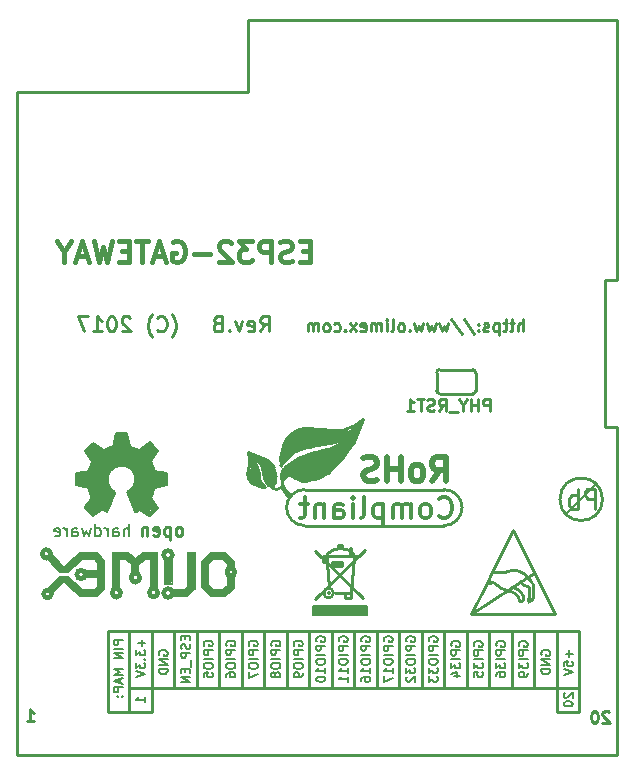
<source format=gbr>
G04 #@! TF.GenerationSoftware,KiCad,Pcbnew,no-vcs-found-36e5906~58~ubuntu16.04.1*
G04 #@! TF.CreationDate,2017-07-11T16:23:02+03:00*
G04 #@! TF.ProjectId,ESP32-GATEWAY_Rev_B,45535033322D474154455741595F5265,A*
G04 #@! TF.SameCoordinates,Original
G04 #@! TF.FileFunction,Legend,Bot*
G04 #@! TF.FilePolarity,Positive*
%FSLAX46Y46*%
G04 Gerber Fmt 4.6, Leading zero omitted, Abs format (unit mm)*
G04 Created by KiCad (PCBNEW no-vcs-found-36e5906~58~ubuntu16.04.1) date Tue Jul 11 16:23:02 2017*
%MOMM*%
%LPD*%
G01*
G04 APERTURE LIST*
%ADD10C,0.100000*%
%ADD11C,0.254000*%
%ADD12C,0.190500*%
%ADD13C,0.444500*%
%ADD14C,0.420000*%
%ADD15C,0.370000*%
%ADD16C,0.400000*%
%ADD17C,0.380000*%
%ADD18C,0.150000*%
%ADD19C,1.000000*%
%ADD20C,0.200000*%
%ADD21C,0.127000*%
%ADD22C,0.508000*%
%ADD23C,0.700000*%
%ADD24C,0.500000*%
%ADD25C,0.180000*%
%ADD26C,0.350000*%
G04 APERTURE END LIST*
D10*
D11*
X119773095Y-125651380D02*
X119724714Y-125603000D01*
X119627952Y-125554619D01*
X119386047Y-125554619D01*
X119289285Y-125603000D01*
X119240904Y-125651380D01*
X119192523Y-125748142D01*
X119192523Y-125844904D01*
X119240904Y-125990047D01*
X119821476Y-126570619D01*
X119192523Y-126570619D01*
X118563571Y-125554619D02*
X118466809Y-125554619D01*
X118370047Y-125603000D01*
X118321666Y-125651380D01*
X118273285Y-125748142D01*
X118224904Y-125941666D01*
X118224904Y-126183571D01*
X118273285Y-126377095D01*
X118321666Y-126473857D01*
X118370047Y-126522238D01*
X118466809Y-126570619D01*
X118563571Y-126570619D01*
X118660333Y-126522238D01*
X118708714Y-126473857D01*
X118757095Y-126377095D01*
X118805476Y-126183571D01*
X118805476Y-125941666D01*
X118757095Y-125748142D01*
X118708714Y-125651380D01*
X118660333Y-125603000D01*
X118563571Y-125554619D01*
X115316000Y-125603000D02*
X115316000Y-123571000D01*
X117221000Y-123571000D02*
X117221000Y-125603000D01*
X77343000Y-118745000D02*
X77343000Y-125603000D01*
X79121000Y-125603000D02*
X79121000Y-118745000D01*
X81026000Y-123698000D02*
X81026000Y-125603000D01*
X79121000Y-125603000D02*
X81026000Y-125603000D01*
D12*
X115987285Y-124006428D02*
X115951000Y-124042714D01*
X115914714Y-124115285D01*
X115914714Y-124296714D01*
X115951000Y-124369285D01*
X115987285Y-124405571D01*
X116059857Y-124441857D01*
X116132428Y-124441857D01*
X116241285Y-124405571D01*
X116676714Y-123970142D01*
X116676714Y-124441857D01*
X115914714Y-124913571D02*
X115914714Y-124986142D01*
X115951000Y-125058714D01*
X115987285Y-125095000D01*
X116059857Y-125131285D01*
X116205000Y-125167571D01*
X116386428Y-125167571D01*
X116531571Y-125131285D01*
X116604142Y-125095000D01*
X116640428Y-125058714D01*
X116676714Y-124986142D01*
X116676714Y-124913571D01*
X116640428Y-124841000D01*
X116604142Y-124804714D01*
X116531571Y-124768428D01*
X116386428Y-124732142D01*
X116205000Y-124732142D01*
X116059857Y-124768428D01*
X115987285Y-124804714D01*
X115951000Y-124841000D01*
X115914714Y-124913571D01*
D11*
X117221000Y-125603000D02*
X115316000Y-125603000D01*
X117221000Y-118745000D02*
X117221000Y-123571000D01*
X117221000Y-118745000D02*
X77343000Y-118745000D01*
X117221000Y-123571000D02*
X79121000Y-123571000D01*
X115316000Y-118745000D02*
X115316000Y-123571000D01*
X111506000Y-118745000D02*
X111506000Y-123571000D01*
X109601000Y-118745000D02*
X109601000Y-123571000D01*
X107696000Y-118745000D02*
X107696000Y-123571000D01*
X105791000Y-118745000D02*
X105791000Y-123571000D01*
X103886000Y-118745000D02*
X103886000Y-123571000D01*
X101981000Y-118745000D02*
X101981000Y-123571000D01*
X100076000Y-118745000D02*
X100076000Y-123571000D01*
X98171000Y-118745000D02*
X98171000Y-123571000D01*
X96266000Y-118745000D02*
X96266000Y-123571000D01*
X94361000Y-118745000D02*
X94361000Y-123571000D01*
X92456000Y-118745000D02*
X92456000Y-123571000D01*
X90551000Y-118745000D02*
X90551000Y-123571000D01*
X88646000Y-118745000D02*
X88646000Y-123571000D01*
X86741000Y-118745000D02*
X86741000Y-123571000D01*
X84836000Y-118745000D02*
X84836000Y-123571000D01*
X82931000Y-118745000D02*
X82931000Y-123571000D01*
X81026000Y-118872000D02*
X81026000Y-123571000D01*
X113411000Y-118745000D02*
X113411000Y-123571000D01*
X120396000Y-101473000D02*
X120396000Y-129286000D01*
X119380000Y-101473000D02*
X120396000Y-101473000D01*
X119380000Y-89027000D02*
X119380000Y-101473000D01*
X120396000Y-89027000D02*
X119380000Y-89027000D01*
X120396000Y-67056000D02*
X120396000Y-89027000D01*
X120396000Y-67056000D02*
X89154000Y-67056000D01*
X69596000Y-129286000D02*
X120396000Y-129286000D01*
X69596000Y-73152000D02*
X69596000Y-129286000D01*
X90218380Y-93411523D02*
X90641714Y-92806761D01*
X90944095Y-93411523D02*
X90944095Y-92141523D01*
X90460285Y-92141523D01*
X90339333Y-92202000D01*
X90278857Y-92262476D01*
X90218380Y-92383428D01*
X90218380Y-92564857D01*
X90278857Y-92685809D01*
X90339333Y-92746285D01*
X90460285Y-92806761D01*
X90944095Y-92806761D01*
X89190285Y-93351047D02*
X89311238Y-93411523D01*
X89553142Y-93411523D01*
X89674095Y-93351047D01*
X89734571Y-93230095D01*
X89734571Y-92746285D01*
X89674095Y-92625333D01*
X89553142Y-92564857D01*
X89311238Y-92564857D01*
X89190285Y-92625333D01*
X89129809Y-92746285D01*
X89129809Y-92867238D01*
X89734571Y-92988190D01*
X88706476Y-92564857D02*
X88404095Y-93411523D01*
X88101714Y-92564857D01*
X87617904Y-93290571D02*
X87557428Y-93351047D01*
X87617904Y-93411523D01*
X87678380Y-93351047D01*
X87617904Y-93290571D01*
X87617904Y-93411523D01*
X86589809Y-92746285D02*
X86408380Y-92806761D01*
X86347904Y-92867238D01*
X86287428Y-92988190D01*
X86287428Y-93169619D01*
X86347904Y-93290571D01*
X86408380Y-93351047D01*
X86529333Y-93411523D01*
X87013142Y-93411523D01*
X87013142Y-92141523D01*
X86589809Y-92141523D01*
X86468857Y-92202000D01*
X86408380Y-92262476D01*
X86347904Y-92383428D01*
X86347904Y-92504380D01*
X86408380Y-92625333D01*
X86468857Y-92685809D01*
X86589809Y-92746285D01*
X87013142Y-92746285D01*
X82713285Y-93895333D02*
X82773761Y-93834857D01*
X82894714Y-93653428D01*
X82955190Y-93532476D01*
X83015666Y-93351047D01*
X83076142Y-93048666D01*
X83076142Y-92806761D01*
X83015666Y-92504380D01*
X82955190Y-92322952D01*
X82894714Y-92202000D01*
X82773761Y-92020571D01*
X82713285Y-91960095D01*
X81503761Y-93290571D02*
X81564238Y-93351047D01*
X81745666Y-93411523D01*
X81866619Y-93411523D01*
X82048047Y-93351047D01*
X82169000Y-93230095D01*
X82229476Y-93109142D01*
X82289952Y-92867238D01*
X82289952Y-92685809D01*
X82229476Y-92443904D01*
X82169000Y-92322952D01*
X82048047Y-92202000D01*
X81866619Y-92141523D01*
X81745666Y-92141523D01*
X81564238Y-92202000D01*
X81503761Y-92262476D01*
X81080428Y-93895333D02*
X81019952Y-93834857D01*
X80899000Y-93653428D01*
X80838523Y-93532476D01*
X80778047Y-93351047D01*
X80717571Y-93048666D01*
X80717571Y-92806761D01*
X80778047Y-92504380D01*
X80838523Y-92322952D01*
X80899000Y-92202000D01*
X81019952Y-92020571D01*
X81080428Y-91960095D01*
X79205666Y-92262476D02*
X79145190Y-92202000D01*
X79024238Y-92141523D01*
X78721857Y-92141523D01*
X78600904Y-92202000D01*
X78540428Y-92262476D01*
X78479952Y-92383428D01*
X78479952Y-92504380D01*
X78540428Y-92685809D01*
X79266142Y-93411523D01*
X78479952Y-93411523D01*
X77693761Y-92141523D02*
X77572809Y-92141523D01*
X77451857Y-92202000D01*
X77391380Y-92262476D01*
X77330904Y-92383428D01*
X77270428Y-92625333D01*
X77270428Y-92927714D01*
X77330904Y-93169619D01*
X77391380Y-93290571D01*
X77451857Y-93351047D01*
X77572809Y-93411523D01*
X77693761Y-93411523D01*
X77814714Y-93351047D01*
X77875190Y-93290571D01*
X77935666Y-93169619D01*
X77996142Y-92927714D01*
X77996142Y-92625333D01*
X77935666Y-92383428D01*
X77875190Y-92262476D01*
X77814714Y-92202000D01*
X77693761Y-92141523D01*
X76060904Y-93411523D02*
X76786619Y-93411523D01*
X76423761Y-93411523D02*
X76423761Y-92141523D01*
X76544714Y-92322952D01*
X76665666Y-92443904D01*
X76786619Y-92504380D01*
X75637571Y-92141523D02*
X74790904Y-92141523D01*
X75335190Y-93411523D01*
X112497809Y-93423619D02*
X112497809Y-92407619D01*
X112062380Y-93423619D02*
X112062380Y-92891428D01*
X112110761Y-92794666D01*
X112207523Y-92746285D01*
X112352666Y-92746285D01*
X112449428Y-92794666D01*
X112497809Y-92843047D01*
X111723714Y-92746285D02*
X111336666Y-92746285D01*
X111578571Y-92407619D02*
X111578571Y-93278476D01*
X111530190Y-93375238D01*
X111433428Y-93423619D01*
X111336666Y-93423619D01*
X111143142Y-92746285D02*
X110756095Y-92746285D01*
X110998000Y-92407619D02*
X110998000Y-93278476D01*
X110949619Y-93375238D01*
X110852857Y-93423619D01*
X110756095Y-93423619D01*
X110417428Y-92746285D02*
X110417428Y-93762285D01*
X110417428Y-92794666D02*
X110320666Y-92746285D01*
X110127142Y-92746285D01*
X110030380Y-92794666D01*
X109982000Y-92843047D01*
X109933619Y-92939809D01*
X109933619Y-93230095D01*
X109982000Y-93326857D01*
X110030380Y-93375238D01*
X110127142Y-93423619D01*
X110320666Y-93423619D01*
X110417428Y-93375238D01*
X109546571Y-93375238D02*
X109449809Y-93423619D01*
X109256285Y-93423619D01*
X109159523Y-93375238D01*
X109111142Y-93278476D01*
X109111142Y-93230095D01*
X109159523Y-93133333D01*
X109256285Y-93084952D01*
X109401428Y-93084952D01*
X109498190Y-93036571D01*
X109546571Y-92939809D01*
X109546571Y-92891428D01*
X109498190Y-92794666D01*
X109401428Y-92746285D01*
X109256285Y-92746285D01*
X109159523Y-92794666D01*
X108675714Y-93326857D02*
X108627333Y-93375238D01*
X108675714Y-93423619D01*
X108724095Y-93375238D01*
X108675714Y-93326857D01*
X108675714Y-93423619D01*
X108675714Y-92794666D02*
X108627333Y-92843047D01*
X108675714Y-92891428D01*
X108724095Y-92843047D01*
X108675714Y-92794666D01*
X108675714Y-92891428D01*
X107466190Y-92359238D02*
X108337047Y-93665523D01*
X106401809Y-92359238D02*
X107272666Y-93665523D01*
X106159904Y-92746285D02*
X105966380Y-93423619D01*
X105772857Y-92939809D01*
X105579333Y-93423619D01*
X105385809Y-92746285D01*
X105095523Y-92746285D02*
X104902000Y-93423619D01*
X104708476Y-92939809D01*
X104514952Y-93423619D01*
X104321428Y-92746285D01*
X104031142Y-92746285D02*
X103837619Y-93423619D01*
X103644095Y-92939809D01*
X103450571Y-93423619D01*
X103257047Y-92746285D01*
X102870000Y-93326857D02*
X102821619Y-93375238D01*
X102870000Y-93423619D01*
X102918380Y-93375238D01*
X102870000Y-93326857D01*
X102870000Y-93423619D01*
X102241047Y-93423619D02*
X102337809Y-93375238D01*
X102386190Y-93326857D01*
X102434571Y-93230095D01*
X102434571Y-92939809D01*
X102386190Y-92843047D01*
X102337809Y-92794666D01*
X102241047Y-92746285D01*
X102095904Y-92746285D01*
X101999142Y-92794666D01*
X101950761Y-92843047D01*
X101902380Y-92939809D01*
X101902380Y-93230095D01*
X101950761Y-93326857D01*
X101999142Y-93375238D01*
X102095904Y-93423619D01*
X102241047Y-93423619D01*
X101321809Y-93423619D02*
X101418571Y-93375238D01*
X101466952Y-93278476D01*
X101466952Y-92407619D01*
X100934761Y-93423619D02*
X100934761Y-92746285D01*
X100934761Y-92407619D02*
X100983142Y-92456000D01*
X100934761Y-92504380D01*
X100886380Y-92456000D01*
X100934761Y-92407619D01*
X100934761Y-92504380D01*
X100450952Y-93423619D02*
X100450952Y-92746285D01*
X100450952Y-92843047D02*
X100402571Y-92794666D01*
X100305809Y-92746285D01*
X100160666Y-92746285D01*
X100063904Y-92794666D01*
X100015523Y-92891428D01*
X100015523Y-93423619D01*
X100015523Y-92891428D02*
X99967142Y-92794666D01*
X99870380Y-92746285D01*
X99725238Y-92746285D01*
X99628476Y-92794666D01*
X99580095Y-92891428D01*
X99580095Y-93423619D01*
X98709238Y-93375238D02*
X98806000Y-93423619D01*
X98999523Y-93423619D01*
X99096285Y-93375238D01*
X99144666Y-93278476D01*
X99144666Y-92891428D01*
X99096285Y-92794666D01*
X98999523Y-92746285D01*
X98806000Y-92746285D01*
X98709238Y-92794666D01*
X98660857Y-92891428D01*
X98660857Y-92988190D01*
X99144666Y-93084952D01*
X98322190Y-93423619D02*
X97790000Y-92746285D01*
X98322190Y-92746285D02*
X97790000Y-93423619D01*
X97402952Y-93326857D02*
X97354571Y-93375238D01*
X97402952Y-93423619D01*
X97451333Y-93375238D01*
X97402952Y-93326857D01*
X97402952Y-93423619D01*
X96483714Y-93375238D02*
X96580476Y-93423619D01*
X96774000Y-93423619D01*
X96870761Y-93375238D01*
X96919142Y-93326857D01*
X96967523Y-93230095D01*
X96967523Y-92939809D01*
X96919142Y-92843047D01*
X96870761Y-92794666D01*
X96774000Y-92746285D01*
X96580476Y-92746285D01*
X96483714Y-92794666D01*
X95903142Y-93423619D02*
X95999904Y-93375238D01*
X96048285Y-93326857D01*
X96096666Y-93230095D01*
X96096666Y-92939809D01*
X96048285Y-92843047D01*
X95999904Y-92794666D01*
X95903142Y-92746285D01*
X95758000Y-92746285D01*
X95661238Y-92794666D01*
X95612857Y-92843047D01*
X95564476Y-92939809D01*
X95564476Y-93230095D01*
X95612857Y-93326857D01*
X95661238Y-93375238D01*
X95758000Y-93423619D01*
X95903142Y-93423619D01*
X95129047Y-93423619D02*
X95129047Y-92746285D01*
X95129047Y-92843047D02*
X95080666Y-92794666D01*
X94983904Y-92746285D01*
X94838761Y-92746285D01*
X94742000Y-92794666D01*
X94693619Y-92891428D01*
X94693619Y-93423619D01*
X94693619Y-92891428D02*
X94645238Y-92794666D01*
X94548476Y-92746285D01*
X94403333Y-92746285D01*
X94306571Y-92794666D01*
X94258190Y-92891428D01*
X94258190Y-93423619D01*
X70448714Y-126443619D02*
X71029285Y-126443619D01*
X70739000Y-126443619D02*
X70739000Y-125427619D01*
X70835761Y-125572761D01*
X70932523Y-125669523D01*
X71029285Y-125717904D01*
D13*
X94403333Y-86614000D02*
X93810666Y-86614000D01*
X93556666Y-87545333D02*
X94403333Y-87545333D01*
X94403333Y-85767333D01*
X93556666Y-85767333D01*
X92879333Y-87460666D02*
X92625333Y-87545333D01*
X92202000Y-87545333D01*
X92032666Y-87460666D01*
X91948000Y-87376000D01*
X91863333Y-87206666D01*
X91863333Y-87037333D01*
X91948000Y-86868000D01*
X92032666Y-86783333D01*
X92202000Y-86698666D01*
X92540666Y-86614000D01*
X92710000Y-86529333D01*
X92794666Y-86444666D01*
X92879333Y-86275333D01*
X92879333Y-86106000D01*
X92794666Y-85936666D01*
X92710000Y-85852000D01*
X92540666Y-85767333D01*
X92117333Y-85767333D01*
X91863333Y-85852000D01*
X91101333Y-87545333D02*
X91101333Y-85767333D01*
X90424000Y-85767333D01*
X90254666Y-85852000D01*
X90170000Y-85936666D01*
X90085333Y-86106000D01*
X90085333Y-86360000D01*
X90170000Y-86529333D01*
X90254666Y-86614000D01*
X90424000Y-86698666D01*
X91101333Y-86698666D01*
X89492666Y-85767333D02*
X88392000Y-85767333D01*
X88984666Y-86444666D01*
X88730666Y-86444666D01*
X88561333Y-86529333D01*
X88476666Y-86614000D01*
X88392000Y-86783333D01*
X88392000Y-87206666D01*
X88476666Y-87376000D01*
X88561333Y-87460666D01*
X88730666Y-87545333D01*
X89238666Y-87545333D01*
X89408000Y-87460666D01*
X89492666Y-87376000D01*
X87714666Y-85936666D02*
X87630000Y-85852000D01*
X87460666Y-85767333D01*
X87037333Y-85767333D01*
X86868000Y-85852000D01*
X86783333Y-85936666D01*
X86698666Y-86106000D01*
X86698666Y-86275333D01*
X86783333Y-86529333D01*
X87799333Y-87545333D01*
X86698666Y-87545333D01*
X85936666Y-86868000D02*
X84582000Y-86868000D01*
X82804000Y-85852000D02*
X82973333Y-85767333D01*
X83227333Y-85767333D01*
X83481333Y-85852000D01*
X83650666Y-86021333D01*
X83735333Y-86190666D01*
X83820000Y-86529333D01*
X83820000Y-86783333D01*
X83735333Y-87122000D01*
X83650666Y-87291333D01*
X83481333Y-87460666D01*
X83227333Y-87545333D01*
X83058000Y-87545333D01*
X82804000Y-87460666D01*
X82719333Y-87376000D01*
X82719333Y-86783333D01*
X83058000Y-86783333D01*
X82042000Y-87037333D02*
X81195333Y-87037333D01*
X82211333Y-87545333D02*
X81618666Y-85767333D01*
X81026000Y-87545333D01*
X80687333Y-85767333D02*
X79671333Y-85767333D01*
X80179333Y-87545333D02*
X80179333Y-85767333D01*
X79078666Y-86614000D02*
X78486000Y-86614000D01*
X78232000Y-87545333D02*
X79078666Y-87545333D01*
X79078666Y-85767333D01*
X78232000Y-85767333D01*
X77639333Y-85767333D02*
X77216000Y-87545333D01*
X76877333Y-86275333D01*
X76538666Y-87545333D01*
X76115333Y-85767333D01*
X75522666Y-87037333D02*
X74676000Y-87037333D01*
X75692000Y-87545333D02*
X75099333Y-85767333D01*
X74506666Y-87545333D01*
X73575333Y-86698666D02*
X73575333Y-87545333D01*
X74168000Y-85767333D02*
X73575333Y-86698666D01*
X72982666Y-85767333D01*
D12*
X116386428Y-120432285D02*
X116386428Y-121012857D01*
X116676714Y-120722571D02*
X116096142Y-120722571D01*
X115914714Y-121738571D02*
X115914714Y-121375714D01*
X116277571Y-121339428D01*
X116241285Y-121375714D01*
X116205000Y-121448285D01*
X116205000Y-121629714D01*
X116241285Y-121702285D01*
X116277571Y-121738571D01*
X116350142Y-121774857D01*
X116531571Y-121774857D01*
X116604142Y-121738571D01*
X116640428Y-121702285D01*
X116676714Y-121629714D01*
X116676714Y-121448285D01*
X116640428Y-121375714D01*
X116604142Y-121339428D01*
X115914714Y-121992571D02*
X116676714Y-122246571D01*
X115914714Y-122500571D01*
X112141000Y-120069428D02*
X112104714Y-119996857D01*
X112104714Y-119888000D01*
X112141000Y-119779142D01*
X112213571Y-119706571D01*
X112286142Y-119670285D01*
X112431285Y-119634000D01*
X112540142Y-119634000D01*
X112685285Y-119670285D01*
X112757857Y-119706571D01*
X112830428Y-119779142D01*
X112866714Y-119888000D01*
X112866714Y-119960571D01*
X112830428Y-120069428D01*
X112794142Y-120105714D01*
X112540142Y-120105714D01*
X112540142Y-119960571D01*
X112866714Y-120432285D02*
X112104714Y-120432285D01*
X112104714Y-120722571D01*
X112141000Y-120795142D01*
X112177285Y-120831428D01*
X112249857Y-120867714D01*
X112358714Y-120867714D01*
X112431285Y-120831428D01*
X112467571Y-120795142D01*
X112503857Y-120722571D01*
X112503857Y-120432285D01*
X112866714Y-121194285D02*
X112104714Y-121194285D01*
X112104714Y-121484571D02*
X112104714Y-121956285D01*
X112395000Y-121702285D01*
X112395000Y-121811142D01*
X112431285Y-121883714D01*
X112467571Y-121920000D01*
X112540142Y-121956285D01*
X112721571Y-121956285D01*
X112794142Y-121920000D01*
X112830428Y-121883714D01*
X112866714Y-121811142D01*
X112866714Y-121593428D01*
X112830428Y-121520857D01*
X112794142Y-121484571D01*
X112866714Y-122319142D02*
X112866714Y-122464285D01*
X112830428Y-122536857D01*
X112794142Y-122573142D01*
X112685285Y-122645714D01*
X112540142Y-122682000D01*
X112249857Y-122682000D01*
X112177285Y-122645714D01*
X112141000Y-122609428D01*
X112104714Y-122536857D01*
X112104714Y-122391714D01*
X112141000Y-122319142D01*
X112177285Y-122282857D01*
X112249857Y-122246571D01*
X112431285Y-122246571D01*
X112503857Y-122282857D01*
X112540142Y-122319142D01*
X112576428Y-122391714D01*
X112576428Y-122536857D01*
X112540142Y-122609428D01*
X112503857Y-122645714D01*
X112431285Y-122682000D01*
X114046000Y-120831428D02*
X114009714Y-120758857D01*
X114009714Y-120650000D01*
X114046000Y-120541142D01*
X114118571Y-120468571D01*
X114191142Y-120432285D01*
X114336285Y-120396000D01*
X114445142Y-120396000D01*
X114590285Y-120432285D01*
X114662857Y-120468571D01*
X114735428Y-120541142D01*
X114771714Y-120650000D01*
X114771714Y-120722571D01*
X114735428Y-120831428D01*
X114699142Y-120867714D01*
X114445142Y-120867714D01*
X114445142Y-120722571D01*
X114771714Y-121194285D02*
X114009714Y-121194285D01*
X114771714Y-121629714D01*
X114009714Y-121629714D01*
X114771714Y-121992571D02*
X114009714Y-121992571D01*
X114009714Y-122174000D01*
X114046000Y-122282857D01*
X114118571Y-122355428D01*
X114191142Y-122391714D01*
X114336285Y-122428000D01*
X114445142Y-122428000D01*
X114590285Y-122391714D01*
X114662857Y-122355428D01*
X114735428Y-122282857D01*
X114771714Y-122174000D01*
X114771714Y-121992571D01*
X110236000Y-120069428D02*
X110199714Y-119996857D01*
X110199714Y-119888000D01*
X110236000Y-119779142D01*
X110308571Y-119706571D01*
X110381142Y-119670285D01*
X110526285Y-119634000D01*
X110635142Y-119634000D01*
X110780285Y-119670285D01*
X110852857Y-119706571D01*
X110925428Y-119779142D01*
X110961714Y-119888000D01*
X110961714Y-119960571D01*
X110925428Y-120069428D01*
X110889142Y-120105714D01*
X110635142Y-120105714D01*
X110635142Y-119960571D01*
X110961714Y-120432285D02*
X110199714Y-120432285D01*
X110199714Y-120722571D01*
X110236000Y-120795142D01*
X110272285Y-120831428D01*
X110344857Y-120867714D01*
X110453714Y-120867714D01*
X110526285Y-120831428D01*
X110562571Y-120795142D01*
X110598857Y-120722571D01*
X110598857Y-120432285D01*
X110961714Y-121194285D02*
X110199714Y-121194285D01*
X110199714Y-121484571D02*
X110199714Y-121956285D01*
X110490000Y-121702285D01*
X110490000Y-121811142D01*
X110526285Y-121883714D01*
X110562571Y-121920000D01*
X110635142Y-121956285D01*
X110816571Y-121956285D01*
X110889142Y-121920000D01*
X110925428Y-121883714D01*
X110961714Y-121811142D01*
X110961714Y-121593428D01*
X110925428Y-121520857D01*
X110889142Y-121484571D01*
X110199714Y-122609428D02*
X110199714Y-122464285D01*
X110236000Y-122391714D01*
X110272285Y-122355428D01*
X110381142Y-122282857D01*
X110526285Y-122246571D01*
X110816571Y-122246571D01*
X110889142Y-122282857D01*
X110925428Y-122319142D01*
X110961714Y-122391714D01*
X110961714Y-122536857D01*
X110925428Y-122609428D01*
X110889142Y-122645714D01*
X110816571Y-122682000D01*
X110635142Y-122682000D01*
X110562571Y-122645714D01*
X110526285Y-122609428D01*
X110490000Y-122536857D01*
X110490000Y-122391714D01*
X110526285Y-122319142D01*
X110562571Y-122282857D01*
X110635142Y-122246571D01*
X108331000Y-120069428D02*
X108294714Y-119996857D01*
X108294714Y-119888000D01*
X108331000Y-119779142D01*
X108403571Y-119706571D01*
X108476142Y-119670285D01*
X108621285Y-119634000D01*
X108730142Y-119634000D01*
X108875285Y-119670285D01*
X108947857Y-119706571D01*
X109020428Y-119779142D01*
X109056714Y-119888000D01*
X109056714Y-119960571D01*
X109020428Y-120069428D01*
X108984142Y-120105714D01*
X108730142Y-120105714D01*
X108730142Y-119960571D01*
X109056714Y-120432285D02*
X108294714Y-120432285D01*
X108294714Y-120722571D01*
X108331000Y-120795142D01*
X108367285Y-120831428D01*
X108439857Y-120867714D01*
X108548714Y-120867714D01*
X108621285Y-120831428D01*
X108657571Y-120795142D01*
X108693857Y-120722571D01*
X108693857Y-120432285D01*
X109056714Y-121194285D02*
X108294714Y-121194285D01*
X108294714Y-121484571D02*
X108294714Y-121956285D01*
X108585000Y-121702285D01*
X108585000Y-121811142D01*
X108621285Y-121883714D01*
X108657571Y-121920000D01*
X108730142Y-121956285D01*
X108911571Y-121956285D01*
X108984142Y-121920000D01*
X109020428Y-121883714D01*
X109056714Y-121811142D01*
X109056714Y-121593428D01*
X109020428Y-121520857D01*
X108984142Y-121484571D01*
X108294714Y-122645714D02*
X108294714Y-122282857D01*
X108657571Y-122246571D01*
X108621285Y-122282857D01*
X108585000Y-122355428D01*
X108585000Y-122536857D01*
X108621285Y-122609428D01*
X108657571Y-122645714D01*
X108730142Y-122682000D01*
X108911571Y-122682000D01*
X108984142Y-122645714D01*
X109020428Y-122609428D01*
X109056714Y-122536857D01*
X109056714Y-122355428D01*
X109020428Y-122282857D01*
X108984142Y-122246571D01*
X106426000Y-120069428D02*
X106389714Y-119996857D01*
X106389714Y-119888000D01*
X106426000Y-119779142D01*
X106498571Y-119706571D01*
X106571142Y-119670285D01*
X106716285Y-119634000D01*
X106825142Y-119634000D01*
X106970285Y-119670285D01*
X107042857Y-119706571D01*
X107115428Y-119779142D01*
X107151714Y-119888000D01*
X107151714Y-119960571D01*
X107115428Y-120069428D01*
X107079142Y-120105714D01*
X106825142Y-120105714D01*
X106825142Y-119960571D01*
X107151714Y-120432285D02*
X106389714Y-120432285D01*
X106389714Y-120722571D01*
X106426000Y-120795142D01*
X106462285Y-120831428D01*
X106534857Y-120867714D01*
X106643714Y-120867714D01*
X106716285Y-120831428D01*
X106752571Y-120795142D01*
X106788857Y-120722571D01*
X106788857Y-120432285D01*
X107151714Y-121194285D02*
X106389714Y-121194285D01*
X106389714Y-121484571D02*
X106389714Y-121956285D01*
X106680000Y-121702285D01*
X106680000Y-121811142D01*
X106716285Y-121883714D01*
X106752571Y-121920000D01*
X106825142Y-121956285D01*
X107006571Y-121956285D01*
X107079142Y-121920000D01*
X107115428Y-121883714D01*
X107151714Y-121811142D01*
X107151714Y-121593428D01*
X107115428Y-121520857D01*
X107079142Y-121484571D01*
X106643714Y-122609428D02*
X107151714Y-122609428D01*
X106353428Y-122428000D02*
X106897714Y-122246571D01*
X106897714Y-122718285D01*
X104521000Y-119670285D02*
X104484714Y-119597714D01*
X104484714Y-119488857D01*
X104521000Y-119380000D01*
X104593571Y-119307428D01*
X104666142Y-119271142D01*
X104811285Y-119234857D01*
X104920142Y-119234857D01*
X105065285Y-119271142D01*
X105137857Y-119307428D01*
X105210428Y-119380000D01*
X105246714Y-119488857D01*
X105246714Y-119561428D01*
X105210428Y-119670285D01*
X105174142Y-119706571D01*
X104920142Y-119706571D01*
X104920142Y-119561428D01*
X105246714Y-120033142D02*
X104484714Y-120033142D01*
X104484714Y-120323428D01*
X104521000Y-120396000D01*
X104557285Y-120432285D01*
X104629857Y-120468571D01*
X104738714Y-120468571D01*
X104811285Y-120432285D01*
X104847571Y-120396000D01*
X104883857Y-120323428D01*
X104883857Y-120033142D01*
X105246714Y-120795142D02*
X104484714Y-120795142D01*
X104484714Y-121303142D02*
X104484714Y-121448285D01*
X104521000Y-121520857D01*
X104593571Y-121593428D01*
X104738714Y-121629714D01*
X104992714Y-121629714D01*
X105137857Y-121593428D01*
X105210428Y-121520857D01*
X105246714Y-121448285D01*
X105246714Y-121303142D01*
X105210428Y-121230571D01*
X105137857Y-121158000D01*
X104992714Y-121121714D01*
X104738714Y-121121714D01*
X104593571Y-121158000D01*
X104521000Y-121230571D01*
X104484714Y-121303142D01*
X104484714Y-121883714D02*
X104484714Y-122355428D01*
X104775000Y-122101428D01*
X104775000Y-122210285D01*
X104811285Y-122282857D01*
X104847571Y-122319142D01*
X104920142Y-122355428D01*
X105101571Y-122355428D01*
X105174142Y-122319142D01*
X105210428Y-122282857D01*
X105246714Y-122210285D01*
X105246714Y-121992571D01*
X105210428Y-121920000D01*
X105174142Y-121883714D01*
X104484714Y-122609428D02*
X104484714Y-123081142D01*
X104775000Y-122827142D01*
X104775000Y-122936000D01*
X104811285Y-123008571D01*
X104847571Y-123044857D01*
X104920142Y-123081142D01*
X105101571Y-123081142D01*
X105174142Y-123044857D01*
X105210428Y-123008571D01*
X105246714Y-122936000D01*
X105246714Y-122718285D01*
X105210428Y-122645714D01*
X105174142Y-122609428D01*
X102616000Y-119670285D02*
X102579714Y-119597714D01*
X102579714Y-119488857D01*
X102616000Y-119380000D01*
X102688571Y-119307428D01*
X102761142Y-119271142D01*
X102906285Y-119234857D01*
X103015142Y-119234857D01*
X103160285Y-119271142D01*
X103232857Y-119307428D01*
X103305428Y-119380000D01*
X103341714Y-119488857D01*
X103341714Y-119561428D01*
X103305428Y-119670285D01*
X103269142Y-119706571D01*
X103015142Y-119706571D01*
X103015142Y-119561428D01*
X103341714Y-120033142D02*
X102579714Y-120033142D01*
X102579714Y-120323428D01*
X102616000Y-120396000D01*
X102652285Y-120432285D01*
X102724857Y-120468571D01*
X102833714Y-120468571D01*
X102906285Y-120432285D01*
X102942571Y-120396000D01*
X102978857Y-120323428D01*
X102978857Y-120033142D01*
X103341714Y-120795142D02*
X102579714Y-120795142D01*
X102579714Y-121303142D02*
X102579714Y-121448285D01*
X102616000Y-121520857D01*
X102688571Y-121593428D01*
X102833714Y-121629714D01*
X103087714Y-121629714D01*
X103232857Y-121593428D01*
X103305428Y-121520857D01*
X103341714Y-121448285D01*
X103341714Y-121303142D01*
X103305428Y-121230571D01*
X103232857Y-121158000D01*
X103087714Y-121121714D01*
X102833714Y-121121714D01*
X102688571Y-121158000D01*
X102616000Y-121230571D01*
X102579714Y-121303142D01*
X102579714Y-121883714D02*
X102579714Y-122355428D01*
X102870000Y-122101428D01*
X102870000Y-122210285D01*
X102906285Y-122282857D01*
X102942571Y-122319142D01*
X103015142Y-122355428D01*
X103196571Y-122355428D01*
X103269142Y-122319142D01*
X103305428Y-122282857D01*
X103341714Y-122210285D01*
X103341714Y-121992571D01*
X103305428Y-121920000D01*
X103269142Y-121883714D01*
X102652285Y-122645714D02*
X102616000Y-122682000D01*
X102579714Y-122754571D01*
X102579714Y-122936000D01*
X102616000Y-123008571D01*
X102652285Y-123044857D01*
X102724857Y-123081142D01*
X102797428Y-123081142D01*
X102906285Y-123044857D01*
X103341714Y-122609428D01*
X103341714Y-123081142D01*
D11*
X77343000Y-125603000D02*
X79121000Y-125603000D01*
D12*
X78576714Y-119525142D02*
X77814714Y-119525142D01*
X77814714Y-119815428D01*
X77851000Y-119888000D01*
X77887285Y-119924285D01*
X77959857Y-119960571D01*
X78068714Y-119960571D01*
X78141285Y-119924285D01*
X78177571Y-119888000D01*
X78213857Y-119815428D01*
X78213857Y-119525142D01*
X78576714Y-120287142D02*
X77814714Y-120287142D01*
X78576714Y-120650000D02*
X77814714Y-120650000D01*
X78576714Y-121085428D01*
X77814714Y-121085428D01*
X78576714Y-122028857D02*
X77814714Y-122028857D01*
X78359000Y-122282857D01*
X77814714Y-122536857D01*
X78576714Y-122536857D01*
X78359000Y-122863428D02*
X78359000Y-123226285D01*
X78576714Y-122790857D02*
X77814714Y-123044857D01*
X78576714Y-123298857D01*
X78576714Y-123552857D02*
X77814714Y-123552857D01*
X77814714Y-123843142D01*
X77851000Y-123915714D01*
X77887285Y-123952000D01*
X77959857Y-123988285D01*
X78068714Y-123988285D01*
X78141285Y-123952000D01*
X78177571Y-123915714D01*
X78213857Y-123843142D01*
X78213857Y-123552857D01*
X78504142Y-124314857D02*
X78540428Y-124351142D01*
X78576714Y-124314857D01*
X78540428Y-124278571D01*
X78504142Y-124314857D01*
X78576714Y-124314857D01*
X78105000Y-124314857D02*
X78141285Y-124351142D01*
X78177571Y-124314857D01*
X78141285Y-124278571D01*
X78105000Y-124314857D01*
X78177571Y-124314857D01*
X100711000Y-119670285D02*
X100674714Y-119597714D01*
X100674714Y-119488857D01*
X100711000Y-119380000D01*
X100783571Y-119307428D01*
X100856142Y-119271142D01*
X101001285Y-119234857D01*
X101110142Y-119234857D01*
X101255285Y-119271142D01*
X101327857Y-119307428D01*
X101400428Y-119380000D01*
X101436714Y-119488857D01*
X101436714Y-119561428D01*
X101400428Y-119670285D01*
X101364142Y-119706571D01*
X101110142Y-119706571D01*
X101110142Y-119561428D01*
X101436714Y-120033142D02*
X100674714Y-120033142D01*
X100674714Y-120323428D01*
X100711000Y-120396000D01*
X100747285Y-120432285D01*
X100819857Y-120468571D01*
X100928714Y-120468571D01*
X101001285Y-120432285D01*
X101037571Y-120396000D01*
X101073857Y-120323428D01*
X101073857Y-120033142D01*
X101436714Y-120795142D02*
X100674714Y-120795142D01*
X100674714Y-121303142D02*
X100674714Y-121448285D01*
X100711000Y-121520857D01*
X100783571Y-121593428D01*
X100928714Y-121629714D01*
X101182714Y-121629714D01*
X101327857Y-121593428D01*
X101400428Y-121520857D01*
X101436714Y-121448285D01*
X101436714Y-121303142D01*
X101400428Y-121230571D01*
X101327857Y-121158000D01*
X101182714Y-121121714D01*
X100928714Y-121121714D01*
X100783571Y-121158000D01*
X100711000Y-121230571D01*
X100674714Y-121303142D01*
X101436714Y-122355428D02*
X101436714Y-121920000D01*
X101436714Y-122137714D02*
X100674714Y-122137714D01*
X100783571Y-122065142D01*
X100856142Y-121992571D01*
X100892428Y-121920000D01*
X100674714Y-122609428D02*
X100674714Y-123117428D01*
X101436714Y-122790857D01*
X98806000Y-119670285D02*
X98769714Y-119597714D01*
X98769714Y-119488857D01*
X98806000Y-119380000D01*
X98878571Y-119307428D01*
X98951142Y-119271142D01*
X99096285Y-119234857D01*
X99205142Y-119234857D01*
X99350285Y-119271142D01*
X99422857Y-119307428D01*
X99495428Y-119380000D01*
X99531714Y-119488857D01*
X99531714Y-119561428D01*
X99495428Y-119670285D01*
X99459142Y-119706571D01*
X99205142Y-119706571D01*
X99205142Y-119561428D01*
X99531714Y-120033142D02*
X98769714Y-120033142D01*
X98769714Y-120323428D01*
X98806000Y-120396000D01*
X98842285Y-120432285D01*
X98914857Y-120468571D01*
X99023714Y-120468571D01*
X99096285Y-120432285D01*
X99132571Y-120396000D01*
X99168857Y-120323428D01*
X99168857Y-120033142D01*
X99531714Y-120795142D02*
X98769714Y-120795142D01*
X98769714Y-121303142D02*
X98769714Y-121448285D01*
X98806000Y-121520857D01*
X98878571Y-121593428D01*
X99023714Y-121629714D01*
X99277714Y-121629714D01*
X99422857Y-121593428D01*
X99495428Y-121520857D01*
X99531714Y-121448285D01*
X99531714Y-121303142D01*
X99495428Y-121230571D01*
X99422857Y-121158000D01*
X99277714Y-121121714D01*
X99023714Y-121121714D01*
X98878571Y-121158000D01*
X98806000Y-121230571D01*
X98769714Y-121303142D01*
X99531714Y-122355428D02*
X99531714Y-121920000D01*
X99531714Y-122137714D02*
X98769714Y-122137714D01*
X98878571Y-122065142D01*
X98951142Y-121992571D01*
X98987428Y-121920000D01*
X98769714Y-123008571D02*
X98769714Y-122863428D01*
X98806000Y-122790857D01*
X98842285Y-122754571D01*
X98951142Y-122682000D01*
X99096285Y-122645714D01*
X99386571Y-122645714D01*
X99459142Y-122682000D01*
X99495428Y-122718285D01*
X99531714Y-122790857D01*
X99531714Y-122936000D01*
X99495428Y-123008571D01*
X99459142Y-123044857D01*
X99386571Y-123081142D01*
X99205142Y-123081142D01*
X99132571Y-123044857D01*
X99096285Y-123008571D01*
X99060000Y-122936000D01*
X99060000Y-122790857D01*
X99096285Y-122718285D01*
X99132571Y-122682000D01*
X99205142Y-122645714D01*
X96901000Y-119670285D02*
X96864714Y-119597714D01*
X96864714Y-119488857D01*
X96901000Y-119380000D01*
X96973571Y-119307428D01*
X97046142Y-119271142D01*
X97191285Y-119234857D01*
X97300142Y-119234857D01*
X97445285Y-119271142D01*
X97517857Y-119307428D01*
X97590428Y-119380000D01*
X97626714Y-119488857D01*
X97626714Y-119561428D01*
X97590428Y-119670285D01*
X97554142Y-119706571D01*
X97300142Y-119706571D01*
X97300142Y-119561428D01*
X97626714Y-120033142D02*
X96864714Y-120033142D01*
X96864714Y-120323428D01*
X96901000Y-120396000D01*
X96937285Y-120432285D01*
X97009857Y-120468571D01*
X97118714Y-120468571D01*
X97191285Y-120432285D01*
X97227571Y-120396000D01*
X97263857Y-120323428D01*
X97263857Y-120033142D01*
X97626714Y-120795142D02*
X96864714Y-120795142D01*
X96864714Y-121303142D02*
X96864714Y-121448285D01*
X96901000Y-121520857D01*
X96973571Y-121593428D01*
X97118714Y-121629714D01*
X97372714Y-121629714D01*
X97517857Y-121593428D01*
X97590428Y-121520857D01*
X97626714Y-121448285D01*
X97626714Y-121303142D01*
X97590428Y-121230571D01*
X97517857Y-121158000D01*
X97372714Y-121121714D01*
X97118714Y-121121714D01*
X96973571Y-121158000D01*
X96901000Y-121230571D01*
X96864714Y-121303142D01*
X97626714Y-122355428D02*
X97626714Y-121920000D01*
X97626714Y-122137714D02*
X96864714Y-122137714D01*
X96973571Y-122065142D01*
X97046142Y-121992571D01*
X97082428Y-121920000D01*
X97626714Y-123081142D02*
X97626714Y-122645714D01*
X97626714Y-122863428D02*
X96864714Y-122863428D01*
X96973571Y-122790857D01*
X97046142Y-122718285D01*
X97082428Y-122645714D01*
X94996000Y-119670285D02*
X94959714Y-119597714D01*
X94959714Y-119488857D01*
X94996000Y-119380000D01*
X95068571Y-119307428D01*
X95141142Y-119271142D01*
X95286285Y-119234857D01*
X95395142Y-119234857D01*
X95540285Y-119271142D01*
X95612857Y-119307428D01*
X95685428Y-119380000D01*
X95721714Y-119488857D01*
X95721714Y-119561428D01*
X95685428Y-119670285D01*
X95649142Y-119706571D01*
X95395142Y-119706571D01*
X95395142Y-119561428D01*
X95721714Y-120033142D02*
X94959714Y-120033142D01*
X94959714Y-120323428D01*
X94996000Y-120396000D01*
X95032285Y-120432285D01*
X95104857Y-120468571D01*
X95213714Y-120468571D01*
X95286285Y-120432285D01*
X95322571Y-120396000D01*
X95358857Y-120323428D01*
X95358857Y-120033142D01*
X95721714Y-120795142D02*
X94959714Y-120795142D01*
X94959714Y-121303142D02*
X94959714Y-121448285D01*
X94996000Y-121520857D01*
X95068571Y-121593428D01*
X95213714Y-121629714D01*
X95467714Y-121629714D01*
X95612857Y-121593428D01*
X95685428Y-121520857D01*
X95721714Y-121448285D01*
X95721714Y-121303142D01*
X95685428Y-121230571D01*
X95612857Y-121158000D01*
X95467714Y-121121714D01*
X95213714Y-121121714D01*
X95068571Y-121158000D01*
X94996000Y-121230571D01*
X94959714Y-121303142D01*
X95721714Y-122355428D02*
X95721714Y-121920000D01*
X95721714Y-122137714D02*
X94959714Y-122137714D01*
X95068571Y-122065142D01*
X95141142Y-121992571D01*
X95177428Y-121920000D01*
X94959714Y-122827142D02*
X94959714Y-122899714D01*
X94996000Y-122972285D01*
X95032285Y-123008571D01*
X95104857Y-123044857D01*
X95250000Y-123081142D01*
X95431428Y-123081142D01*
X95576571Y-123044857D01*
X95649142Y-123008571D01*
X95685428Y-122972285D01*
X95721714Y-122899714D01*
X95721714Y-122827142D01*
X95685428Y-122754571D01*
X95649142Y-122718285D01*
X95576571Y-122682000D01*
X95431428Y-122645714D01*
X95250000Y-122645714D01*
X95104857Y-122682000D01*
X95032285Y-122718285D01*
X94996000Y-122754571D01*
X94959714Y-122827142D01*
X93091000Y-120033142D02*
X93054714Y-119960571D01*
X93054714Y-119851714D01*
X93091000Y-119742857D01*
X93163571Y-119670285D01*
X93236142Y-119634000D01*
X93381285Y-119597714D01*
X93490142Y-119597714D01*
X93635285Y-119634000D01*
X93707857Y-119670285D01*
X93780428Y-119742857D01*
X93816714Y-119851714D01*
X93816714Y-119924285D01*
X93780428Y-120033142D01*
X93744142Y-120069428D01*
X93490142Y-120069428D01*
X93490142Y-119924285D01*
X93816714Y-120396000D02*
X93054714Y-120396000D01*
X93054714Y-120686285D01*
X93091000Y-120758857D01*
X93127285Y-120795142D01*
X93199857Y-120831428D01*
X93308714Y-120831428D01*
X93381285Y-120795142D01*
X93417571Y-120758857D01*
X93453857Y-120686285D01*
X93453857Y-120396000D01*
X93816714Y-121158000D02*
X93054714Y-121158000D01*
X93054714Y-121666000D02*
X93054714Y-121811142D01*
X93091000Y-121883714D01*
X93163571Y-121956285D01*
X93308714Y-121992571D01*
X93562714Y-121992571D01*
X93707857Y-121956285D01*
X93780428Y-121883714D01*
X93816714Y-121811142D01*
X93816714Y-121666000D01*
X93780428Y-121593428D01*
X93707857Y-121520857D01*
X93562714Y-121484571D01*
X93308714Y-121484571D01*
X93163571Y-121520857D01*
X93091000Y-121593428D01*
X93054714Y-121666000D01*
X93816714Y-122355428D02*
X93816714Y-122500571D01*
X93780428Y-122573142D01*
X93744142Y-122609428D01*
X93635285Y-122682000D01*
X93490142Y-122718285D01*
X93199857Y-122718285D01*
X93127285Y-122682000D01*
X93091000Y-122645714D01*
X93054714Y-122573142D01*
X93054714Y-122428000D01*
X93091000Y-122355428D01*
X93127285Y-122319142D01*
X93199857Y-122282857D01*
X93381285Y-122282857D01*
X93453857Y-122319142D01*
X93490142Y-122355428D01*
X93526428Y-122428000D01*
X93526428Y-122573142D01*
X93490142Y-122645714D01*
X93453857Y-122682000D01*
X93381285Y-122718285D01*
X91186000Y-120033142D02*
X91149714Y-119960571D01*
X91149714Y-119851714D01*
X91186000Y-119742857D01*
X91258571Y-119670285D01*
X91331142Y-119634000D01*
X91476285Y-119597714D01*
X91585142Y-119597714D01*
X91730285Y-119634000D01*
X91802857Y-119670285D01*
X91875428Y-119742857D01*
X91911714Y-119851714D01*
X91911714Y-119924285D01*
X91875428Y-120033142D01*
X91839142Y-120069428D01*
X91585142Y-120069428D01*
X91585142Y-119924285D01*
X91911714Y-120396000D02*
X91149714Y-120396000D01*
X91149714Y-120686285D01*
X91186000Y-120758857D01*
X91222285Y-120795142D01*
X91294857Y-120831428D01*
X91403714Y-120831428D01*
X91476285Y-120795142D01*
X91512571Y-120758857D01*
X91548857Y-120686285D01*
X91548857Y-120396000D01*
X91911714Y-121158000D02*
X91149714Y-121158000D01*
X91149714Y-121666000D02*
X91149714Y-121811142D01*
X91186000Y-121883714D01*
X91258571Y-121956285D01*
X91403714Y-121992571D01*
X91657714Y-121992571D01*
X91802857Y-121956285D01*
X91875428Y-121883714D01*
X91911714Y-121811142D01*
X91911714Y-121666000D01*
X91875428Y-121593428D01*
X91802857Y-121520857D01*
X91657714Y-121484571D01*
X91403714Y-121484571D01*
X91258571Y-121520857D01*
X91186000Y-121593428D01*
X91149714Y-121666000D01*
X91476285Y-122428000D02*
X91440000Y-122355428D01*
X91403714Y-122319142D01*
X91331142Y-122282857D01*
X91294857Y-122282857D01*
X91222285Y-122319142D01*
X91186000Y-122355428D01*
X91149714Y-122428000D01*
X91149714Y-122573142D01*
X91186000Y-122645714D01*
X91222285Y-122682000D01*
X91294857Y-122718285D01*
X91331142Y-122718285D01*
X91403714Y-122682000D01*
X91440000Y-122645714D01*
X91476285Y-122573142D01*
X91476285Y-122428000D01*
X91512571Y-122355428D01*
X91548857Y-122319142D01*
X91621428Y-122282857D01*
X91766571Y-122282857D01*
X91839142Y-122319142D01*
X91875428Y-122355428D01*
X91911714Y-122428000D01*
X91911714Y-122573142D01*
X91875428Y-122645714D01*
X91839142Y-122682000D01*
X91766571Y-122718285D01*
X91621428Y-122718285D01*
X91548857Y-122682000D01*
X91512571Y-122645714D01*
X91476285Y-122573142D01*
X89281000Y-120033142D02*
X89244714Y-119960571D01*
X89244714Y-119851714D01*
X89281000Y-119742857D01*
X89353571Y-119670285D01*
X89426142Y-119634000D01*
X89571285Y-119597714D01*
X89680142Y-119597714D01*
X89825285Y-119634000D01*
X89897857Y-119670285D01*
X89970428Y-119742857D01*
X90006714Y-119851714D01*
X90006714Y-119924285D01*
X89970428Y-120033142D01*
X89934142Y-120069428D01*
X89680142Y-120069428D01*
X89680142Y-119924285D01*
X90006714Y-120396000D02*
X89244714Y-120396000D01*
X89244714Y-120686285D01*
X89281000Y-120758857D01*
X89317285Y-120795142D01*
X89389857Y-120831428D01*
X89498714Y-120831428D01*
X89571285Y-120795142D01*
X89607571Y-120758857D01*
X89643857Y-120686285D01*
X89643857Y-120396000D01*
X90006714Y-121158000D02*
X89244714Y-121158000D01*
X89244714Y-121666000D02*
X89244714Y-121811142D01*
X89281000Y-121883714D01*
X89353571Y-121956285D01*
X89498714Y-121992571D01*
X89752714Y-121992571D01*
X89897857Y-121956285D01*
X89970428Y-121883714D01*
X90006714Y-121811142D01*
X90006714Y-121666000D01*
X89970428Y-121593428D01*
X89897857Y-121520857D01*
X89752714Y-121484571D01*
X89498714Y-121484571D01*
X89353571Y-121520857D01*
X89281000Y-121593428D01*
X89244714Y-121666000D01*
X89244714Y-122246571D02*
X89244714Y-122754571D01*
X90006714Y-122428000D01*
X87376000Y-120033142D02*
X87339714Y-119960571D01*
X87339714Y-119851714D01*
X87376000Y-119742857D01*
X87448571Y-119670285D01*
X87521142Y-119634000D01*
X87666285Y-119597714D01*
X87775142Y-119597714D01*
X87920285Y-119634000D01*
X87992857Y-119670285D01*
X88065428Y-119742857D01*
X88101714Y-119851714D01*
X88101714Y-119924285D01*
X88065428Y-120033142D01*
X88029142Y-120069428D01*
X87775142Y-120069428D01*
X87775142Y-119924285D01*
X88101714Y-120396000D02*
X87339714Y-120396000D01*
X87339714Y-120686285D01*
X87376000Y-120758857D01*
X87412285Y-120795142D01*
X87484857Y-120831428D01*
X87593714Y-120831428D01*
X87666285Y-120795142D01*
X87702571Y-120758857D01*
X87738857Y-120686285D01*
X87738857Y-120396000D01*
X88101714Y-121158000D02*
X87339714Y-121158000D01*
X87339714Y-121666000D02*
X87339714Y-121811142D01*
X87376000Y-121883714D01*
X87448571Y-121956285D01*
X87593714Y-121992571D01*
X87847714Y-121992571D01*
X87992857Y-121956285D01*
X88065428Y-121883714D01*
X88101714Y-121811142D01*
X88101714Y-121666000D01*
X88065428Y-121593428D01*
X87992857Y-121520857D01*
X87847714Y-121484571D01*
X87593714Y-121484571D01*
X87448571Y-121520857D01*
X87376000Y-121593428D01*
X87339714Y-121666000D01*
X87339714Y-122645714D02*
X87339714Y-122500571D01*
X87376000Y-122428000D01*
X87412285Y-122391714D01*
X87521142Y-122319142D01*
X87666285Y-122282857D01*
X87956571Y-122282857D01*
X88029142Y-122319142D01*
X88065428Y-122355428D01*
X88101714Y-122428000D01*
X88101714Y-122573142D01*
X88065428Y-122645714D01*
X88029142Y-122682000D01*
X87956571Y-122718285D01*
X87775142Y-122718285D01*
X87702571Y-122682000D01*
X87666285Y-122645714D01*
X87630000Y-122573142D01*
X87630000Y-122428000D01*
X87666285Y-122355428D01*
X87702571Y-122319142D01*
X87775142Y-122282857D01*
X85471000Y-120033142D02*
X85434714Y-119960571D01*
X85434714Y-119851714D01*
X85471000Y-119742857D01*
X85543571Y-119670285D01*
X85616142Y-119634000D01*
X85761285Y-119597714D01*
X85870142Y-119597714D01*
X86015285Y-119634000D01*
X86087857Y-119670285D01*
X86160428Y-119742857D01*
X86196714Y-119851714D01*
X86196714Y-119924285D01*
X86160428Y-120033142D01*
X86124142Y-120069428D01*
X85870142Y-120069428D01*
X85870142Y-119924285D01*
X86196714Y-120396000D02*
X85434714Y-120396000D01*
X85434714Y-120686285D01*
X85471000Y-120758857D01*
X85507285Y-120795142D01*
X85579857Y-120831428D01*
X85688714Y-120831428D01*
X85761285Y-120795142D01*
X85797571Y-120758857D01*
X85833857Y-120686285D01*
X85833857Y-120396000D01*
X86196714Y-121158000D02*
X85434714Y-121158000D01*
X85434714Y-121666000D02*
X85434714Y-121811142D01*
X85471000Y-121883714D01*
X85543571Y-121956285D01*
X85688714Y-121992571D01*
X85942714Y-121992571D01*
X86087857Y-121956285D01*
X86160428Y-121883714D01*
X86196714Y-121811142D01*
X86196714Y-121666000D01*
X86160428Y-121593428D01*
X86087857Y-121520857D01*
X85942714Y-121484571D01*
X85688714Y-121484571D01*
X85543571Y-121520857D01*
X85471000Y-121593428D01*
X85434714Y-121666000D01*
X85434714Y-122682000D02*
X85434714Y-122319142D01*
X85797571Y-122282857D01*
X85761285Y-122319142D01*
X85725000Y-122391714D01*
X85725000Y-122573142D01*
X85761285Y-122645714D01*
X85797571Y-122682000D01*
X85870142Y-122718285D01*
X86051571Y-122718285D01*
X86124142Y-122682000D01*
X86160428Y-122645714D01*
X86196714Y-122573142D01*
X86196714Y-122391714D01*
X86160428Y-122319142D01*
X86124142Y-122282857D01*
X83892571Y-119216714D02*
X83892571Y-119470714D01*
X84291714Y-119579571D02*
X84291714Y-119216714D01*
X83529714Y-119216714D01*
X83529714Y-119579571D01*
X84255428Y-119869857D02*
X84291714Y-119978714D01*
X84291714Y-120160142D01*
X84255428Y-120232714D01*
X84219142Y-120269000D01*
X84146571Y-120305285D01*
X84074000Y-120305285D01*
X84001428Y-120269000D01*
X83965142Y-120232714D01*
X83928857Y-120160142D01*
X83892571Y-120015000D01*
X83856285Y-119942428D01*
X83820000Y-119906142D01*
X83747428Y-119869857D01*
X83674857Y-119869857D01*
X83602285Y-119906142D01*
X83566000Y-119942428D01*
X83529714Y-120015000D01*
X83529714Y-120196428D01*
X83566000Y-120305285D01*
X84291714Y-120631857D02*
X83529714Y-120631857D01*
X83529714Y-120922142D01*
X83566000Y-120994714D01*
X83602285Y-121031000D01*
X83674857Y-121067285D01*
X83783714Y-121067285D01*
X83856285Y-121031000D01*
X83892571Y-120994714D01*
X83928857Y-120922142D01*
X83928857Y-120631857D01*
X84364285Y-121212428D02*
X84364285Y-121793000D01*
X83892571Y-121974428D02*
X83892571Y-122228428D01*
X84291714Y-122337285D02*
X84291714Y-121974428D01*
X83529714Y-121974428D01*
X83529714Y-122337285D01*
X84291714Y-122663857D02*
X83529714Y-122663857D01*
X84291714Y-123099285D01*
X83529714Y-123099285D01*
X80481714Y-124804714D02*
X80481714Y-124369285D01*
X80481714Y-124587000D02*
X79719714Y-124587000D01*
X79828571Y-124514428D01*
X79901142Y-124441857D01*
X79937428Y-124369285D01*
X81661000Y-120831428D02*
X81624714Y-120758857D01*
X81624714Y-120650000D01*
X81661000Y-120541142D01*
X81733571Y-120468571D01*
X81806142Y-120432285D01*
X81951285Y-120396000D01*
X82060142Y-120396000D01*
X82205285Y-120432285D01*
X82277857Y-120468571D01*
X82350428Y-120541142D01*
X82386714Y-120650000D01*
X82386714Y-120722571D01*
X82350428Y-120831428D01*
X82314142Y-120867714D01*
X82060142Y-120867714D01*
X82060142Y-120722571D01*
X82386714Y-121194285D02*
X81624714Y-121194285D01*
X82386714Y-121629714D01*
X81624714Y-121629714D01*
X82386714Y-121992571D02*
X81624714Y-121992571D01*
X81624714Y-122174000D01*
X81661000Y-122282857D01*
X81733571Y-122355428D01*
X81806142Y-122391714D01*
X81951285Y-122428000D01*
X82060142Y-122428000D01*
X82205285Y-122391714D01*
X82277857Y-122355428D01*
X82350428Y-122282857D01*
X82386714Y-122174000D01*
X82386714Y-121992571D01*
X80191428Y-119507000D02*
X80191428Y-120087571D01*
X80481714Y-119797285D02*
X79901142Y-119797285D01*
X79719714Y-120377857D02*
X79719714Y-120849571D01*
X80010000Y-120595571D01*
X80010000Y-120704428D01*
X80046285Y-120777000D01*
X80082571Y-120813285D01*
X80155142Y-120849571D01*
X80336571Y-120849571D01*
X80409142Y-120813285D01*
X80445428Y-120777000D01*
X80481714Y-120704428D01*
X80481714Y-120486714D01*
X80445428Y-120414142D01*
X80409142Y-120377857D01*
X80409142Y-121176142D02*
X80445428Y-121212428D01*
X80481714Y-121176142D01*
X80445428Y-121139857D01*
X80409142Y-121176142D01*
X80481714Y-121176142D01*
X79719714Y-121466428D02*
X79719714Y-121938142D01*
X80010000Y-121684142D01*
X80010000Y-121793000D01*
X80046285Y-121865571D01*
X80082571Y-121901857D01*
X80155142Y-121938142D01*
X80336571Y-121938142D01*
X80409142Y-121901857D01*
X80445428Y-121865571D01*
X80481714Y-121793000D01*
X80481714Y-121575285D01*
X80445428Y-121502714D01*
X80409142Y-121466428D01*
X79719714Y-122155857D02*
X80481714Y-122409857D01*
X79719714Y-122663857D01*
D11*
X89154000Y-73152000D02*
X89154000Y-67056000D01*
X69596000Y-73152000D02*
X89154000Y-73152000D01*
X105410000Y-98679000D02*
X108204000Y-98679000D01*
X105156000Y-98425000D02*
X105156000Y-96901000D01*
X108458000Y-98425000D02*
X108458000Y-96901000D01*
X108204000Y-96647000D02*
X105410000Y-96647000D01*
X105156000Y-96901000D02*
G75*
G02X105410000Y-96647000I254000J0D01*
G01*
X108204000Y-96647000D02*
G75*
G02X108458000Y-96901000I0J-254000D01*
G01*
X108458000Y-98425000D02*
G75*
G02X108204000Y-98679000I-254000J0D01*
G01*
X105410000Y-98679000D02*
G75*
G02X105156000Y-98425000I0J254000D01*
G01*
X113030000Y-116078000D02*
G75*
G02X113157000Y-116205000I0J-127000D01*
G01*
X112903000Y-116141500D02*
G75*
G02X112966500Y-116078000I63500J0D01*
G01*
X112964071Y-116334545D02*
G75*
G02X112903000Y-116268500I2429J63505D01*
G01*
X113347500Y-115951000D02*
G75*
G02X112966500Y-116332000I-381000J0D01*
G01*
X113158048Y-114555575D02*
G75*
G02X113347500Y-114871500I-168688J-315925D01*
G01*
X113155549Y-114554142D02*
G75*
G02X112839500Y-114236500I478971J792622D01*
G01*
X112964935Y-115063845D02*
G75*
G02X112268000Y-114617500I153965J1007685D01*
G01*
X112521068Y-115824674D02*
G75*
G02X112522000Y-116141500I-316568J-159346D01*
G01*
X112521967Y-116141600D02*
G75*
G02X112395000Y-116268500I-190467J63600D01*
G01*
X111193275Y-115380493D02*
G75*
G02X111633000Y-115506500I-825195J-3709947D01*
G01*
X111632915Y-115507965D02*
G75*
G02X112204500Y-116268500I-284395J-808795D01*
G01*
X111570708Y-115063166D02*
G75*
G02X112522000Y-115824000I-285688J-1332334D01*
G01*
X111058461Y-115317576D02*
G75*
G02X110236000Y-114871500I147819J1253796D01*
G01*
X109727301Y-114681474D02*
G75*
G02X110236000Y-114871500I64199J-604046D01*
G01*
X111251915Y-113730114D02*
G75*
G02X111036100Y-113792000I-182795J230214D01*
G01*
X111252721Y-113728678D02*
G75*
G02X112839500Y-114236500I466639J-1274902D01*
G01*
X112966500Y-116078000D02*
X113030000Y-116078000D01*
X112966500Y-116078000D02*
X112966500Y-115062000D01*
X112903000Y-116268500D02*
X112903000Y-116141500D01*
X113347500Y-114871500D02*
X113347500Y-115951000D01*
X112395000Y-116268500D02*
X112242600Y-116268500D01*
X109410500Y-114681000D02*
X109728000Y-114681000D01*
X111036100Y-113792000D02*
X109855000Y-113792000D01*
X113411000Y-113855500D02*
X108077000Y-117348000D01*
X109855000Y-113792000D02*
X111633000Y-110236000D01*
X109410500Y-114681000D02*
X109855000Y-113792000D01*
X108077000Y-117348000D02*
X109410500Y-114681000D01*
X115189000Y-117348000D02*
X108077000Y-117348000D01*
X111633000Y-110236000D02*
X115189000Y-117348000D01*
D14*
X79712820Y-108506260D02*
X79161640Y-107083860D01*
D15*
X80058260Y-108320840D02*
X79740760Y-108526580D01*
D16*
X80848200Y-108869480D02*
X80068420Y-108338620D01*
D17*
X81424780Y-108331000D02*
X80860900Y-108869480D01*
D15*
X81409540Y-108331000D02*
X80876140Y-107497880D01*
X81234280Y-106570780D02*
X80876140Y-107454700D01*
X82212180Y-106329480D02*
X81262220Y-106547920D01*
D17*
X82202020Y-105552240D02*
X82207100Y-106339640D01*
D15*
X82214720Y-105539540D02*
X81196180Y-105359200D01*
X81165700Y-105323640D02*
X80817720Y-104457500D01*
X81394300Y-103555800D02*
X80838040Y-104406700D01*
D17*
X81404460Y-103532940D02*
X80904080Y-102999540D01*
D15*
X80855820Y-102974140D02*
X80027780Y-103626920D01*
X79966820Y-103616760D02*
X79121000Y-103210360D01*
X78861920Y-102176580D02*
X79067660Y-103190040D01*
X78869540Y-102163880D02*
X78084680Y-102163880D01*
X78102460Y-102184200D02*
X77889100Y-103202740D01*
X77889100Y-103202740D02*
X76987400Y-103652320D01*
X76974700Y-103647240D02*
X76070460Y-103012800D01*
X76070460Y-103014780D02*
X75516740Y-103560880D01*
X75516740Y-103563420D02*
X76133960Y-104353360D01*
X76133960Y-104353360D02*
X75793600Y-105290620D01*
X75793600Y-105290620D02*
X74711560Y-105519220D01*
X74711560Y-105519220D02*
X74711560Y-106354880D01*
X74711560Y-106354880D02*
X75725020Y-106525060D01*
X75725020Y-106525060D02*
X76131420Y-107436920D01*
X76080620Y-108884720D02*
X76916280Y-108318300D01*
X76916280Y-108318300D02*
X77254100Y-108503720D01*
X77254100Y-108503720D02*
X77828140Y-107063540D01*
X77817980Y-107061000D02*
G75*
G02X77447140Y-105196640I746760J1117600D01*
G01*
X77436980Y-105211880D02*
G75*
G02X79362300Y-105013760I1061720J-863600D01*
G01*
X79387700Y-105039160D02*
G75*
G02X79311500Y-106893360I-965200J-889000D01*
G01*
X76131420Y-107436920D02*
X75511660Y-108323380D01*
X76065380Y-108877100D02*
X75511660Y-108331000D01*
D18*
X79631540Y-108686600D02*
X78981300Y-107017820D01*
X80015080Y-108483400D02*
X79669640Y-108704380D01*
X80027780Y-108473240D02*
X80853280Y-109037120D01*
X80860900Y-109044740D02*
X81582260Y-108351320D01*
X81589880Y-108348780D02*
X80992980Y-107485180D01*
X82351880Y-106441240D02*
X81280000Y-106636820D01*
X82351880Y-105448100D02*
X82351880Y-106433620D01*
X82354420Y-105445560D02*
X81183480Y-105242360D01*
X81285080Y-105247440D02*
X80949800Y-104414320D01*
X81546700Y-103563420D02*
X80952340Y-104416860D01*
X81567020Y-103527860D02*
X80893920Y-102814120D01*
X80881220Y-102811580D02*
X79910940Y-103527860D01*
X79946500Y-103459280D02*
X79042260Y-103080820D01*
X78958440Y-102064820D02*
X79159100Y-103090980D01*
X78948280Y-102057200D02*
X77983080Y-102057200D01*
X77983080Y-102057200D02*
X77757020Y-103228140D01*
X77767180Y-103146860D02*
X76962000Y-103484680D01*
X77081380Y-103532940D02*
X76070460Y-102859840D01*
X76065380Y-102857300D02*
X75371960Y-103548180D01*
X75366880Y-103555800D02*
X76070460Y-104546400D01*
X75981560Y-104437180D02*
X75615800Y-105305860D01*
X74678540Y-106207560D02*
X75785980Y-106431080D01*
X74594720Y-105465880D02*
X74597260Y-106423460D01*
X75732640Y-106654600D02*
X74609960Y-106443780D01*
X75628500Y-106621580D02*
X76009500Y-107602020D01*
X75661520Y-108257340D02*
X76146660Y-108788200D01*
X76057760Y-109032040D02*
X75374500Y-108341160D01*
X76944220Y-108417360D02*
X76067920Y-109037120D01*
X76080620Y-108722160D02*
X76901040Y-108193840D01*
X76763880Y-108389420D02*
X77292200Y-108717080D01*
X77292200Y-108717080D02*
X77678280Y-107736640D01*
X77683360Y-107038140D02*
X77155040Y-108419900D01*
X82059780Y-105636060D02*
X82059780Y-106286300D01*
X82202020Y-105691940D02*
X81086960Y-105445560D01*
X80672940Y-104424480D02*
X81059020Y-105422700D01*
X80667860Y-104429560D02*
X81269840Y-103520240D01*
X80911700Y-103075740D02*
X80027780Y-103797100D01*
X77640180Y-107096560D02*
X77462380Y-106974640D01*
X77462380Y-106974640D02*
X77086460Y-106263440D01*
X77086460Y-106263440D02*
X77086460Y-105745280D01*
X77081380Y-105757980D02*
X77315060Y-105084880D01*
X77315060Y-105084880D02*
X77825600Y-104655620D01*
X77825600Y-104655620D02*
X78640940Y-104495600D01*
X78640940Y-104487980D02*
X79512160Y-104917240D01*
X79512160Y-104917240D02*
X79931260Y-105648760D01*
X79936340Y-105653840D02*
X79804260Y-106476800D01*
X79799180Y-106507280D02*
X79705200Y-106677460D01*
X79799180Y-106507280D02*
X79705200Y-106677460D01*
X79575660Y-106728260D02*
X79316580Y-107066080D01*
X79207360Y-106842560D02*
X78981300Y-107017820D01*
X77706220Y-106845100D02*
X77960220Y-107010200D01*
X77843380Y-107299760D02*
X77965300Y-107015280D01*
X80022700Y-103794560D02*
X79039720Y-103301800D01*
X79692500Y-106707940D02*
X79385160Y-106974640D01*
D19*
X80708500Y-108137960D02*
X79855060Y-107116880D01*
X81744820Y-105933240D02*
X80327500Y-105872280D01*
X80759300Y-103647240D02*
X79697580Y-104754680D01*
X78498700Y-102671880D02*
X78493620Y-104185720D01*
X76233020Y-103728520D02*
X77345540Y-104795320D01*
X75242420Y-105912920D02*
X76710540Y-105999280D01*
X80032860Y-107965240D02*
X79667100Y-107203240D01*
X80698340Y-107066080D02*
X80134460Y-106586020D01*
X80947260Y-106420920D02*
X80241140Y-106293920D01*
X80622140Y-105176320D02*
X80180180Y-105336340D01*
X80446880Y-104696260D02*
X79989680Y-104985820D01*
X79448660Y-103919020D02*
X79273400Y-104277160D01*
X79014320Y-103659940D02*
X78846680Y-104269540D01*
X77749400Y-103675180D02*
X77970380Y-104360980D01*
X77162660Y-103926640D02*
X77581760Y-104513380D01*
X76293980Y-104795320D02*
X76949300Y-105161080D01*
X76052680Y-105488740D02*
X76774040Y-105636060D01*
X76888340Y-106646980D02*
X76278740Y-106753660D01*
X77208380Y-107066080D02*
X76591160Y-107393740D01*
X77322680Y-107203240D02*
X76141580Y-108216700D01*
X77322680Y-107111800D02*
X76989940Y-107843320D01*
D11*
X119201037Y-107629960D02*
G75*
G03X119201037Y-107629960I-1802237J0D01*
G01*
D20*
X116238020Y-108793280D02*
X118671340Y-106372660D01*
D18*
X94694000Y-116663000D02*
X94694000Y-117425000D01*
X99266000Y-116663000D02*
X94694000Y-116663000D01*
X99266000Y-117425000D02*
X99266000Y-116663000D01*
X94694000Y-117425000D02*
X99266000Y-117425000D01*
X94744800Y-116713800D02*
X99164400Y-116713800D01*
X99215200Y-116815400D02*
X94744800Y-116815400D01*
X94744800Y-116967800D02*
X99164400Y-116967800D01*
X94744800Y-117120200D02*
X99164400Y-117120200D01*
X99215200Y-116866200D02*
X94795600Y-116866200D01*
X99215200Y-117018600D02*
X94744800Y-117018600D01*
X94795600Y-117221800D02*
X99164400Y-117221800D01*
X99215200Y-117323400D02*
X94795600Y-117323400D01*
D11*
X99060000Y-111887000D02*
X94869000Y-116078000D01*
X98933000Y-115951000D02*
X94869000Y-112014000D01*
X97917000Y-115570000D02*
X96520000Y-115570000D01*
X97917000Y-115570000D02*
X98171000Y-112522000D01*
X98425000Y-112395000D02*
X95504000Y-112395000D01*
X97409000Y-115951000D02*
X97409000Y-115697000D01*
X97917000Y-115951000D02*
X97409000Y-115951000D01*
X97917000Y-115570000D02*
X97917000Y-115951000D01*
X96012000Y-115062000D02*
X95885000Y-113030000D01*
X96413609Y-115570000D02*
G75*
G03X96413609Y-115570000I-401609J0D01*
G01*
X97790000Y-111760000D02*
X97790000Y-112268000D01*
X97917000Y-111760000D02*
X97790000Y-111760000D01*
X97917000Y-112268000D02*
X97917000Y-111760000D01*
X95504000Y-112903000D02*
X95504000Y-112395000D01*
X95885000Y-112903000D02*
X95504000Y-112903000D01*
X95885000Y-112395000D02*
X95885000Y-112903000D01*
X95758000Y-112522000D02*
X95758000Y-112649000D01*
X95758000Y-112395000D02*
X95631000Y-112776000D01*
X95758000Y-112522000D02*
X95758000Y-112649000D01*
X95631000Y-112522000D02*
X95631000Y-112903000D01*
X95758000Y-112522000D02*
X95631000Y-112522000D01*
X95758000Y-112903000D02*
X95758000Y-112522000D01*
X97155000Y-113284000D02*
X97155000Y-112903000D01*
X96266000Y-113284000D02*
X97155000Y-113284000D01*
X96266000Y-112903000D02*
X96266000Y-113284000D01*
X97155000Y-112903000D02*
X96266000Y-112903000D01*
X97028000Y-113030000D02*
X96393000Y-113030000D01*
X96774000Y-111506000D02*
X97155000Y-111506000D01*
X96774000Y-111633000D02*
X96774000Y-111506000D01*
X97155000Y-111633000D02*
X96774000Y-111633000D01*
X97155000Y-111506000D02*
X97155000Y-111633000D01*
X95885000Y-112268000D02*
G75*
G02X98171000Y-112268000I1143000J-1143000D01*
G01*
D21*
X96139000Y-115570000D02*
G75*
G03X96139000Y-115570000I-127000J0D01*
G01*
D11*
X91439556Y-105815371D02*
G75*
G02X91186000Y-106426000I-865696J1511D01*
G01*
X89993020Y-104320180D02*
G75*
G02X90500200Y-105351580I-991420J-1127920D01*
G01*
X90910340Y-106456046D02*
G75*
G02X90500200Y-105359200I1118940J1043506D01*
G01*
X91187788Y-106554791D02*
G75*
G02X90883740Y-106428540I752J431051D01*
G01*
X90621340Y-106548613D02*
G75*
G02X90119200Y-105752900I709440J1003993D01*
G01*
X89739795Y-104414066D02*
G75*
G02X90093800Y-105404920I-1408755J-1061974D01*
G01*
X90272927Y-106554303D02*
G75*
G02X90073480Y-106530140I-1327J824263D01*
G01*
X90071497Y-106529453D02*
G75*
G02X89491820Y-106255820I205183J1185493D01*
G01*
X89467946Y-106233974D02*
G75*
G02X89154000Y-105476040I757934J757934D01*
G01*
X89154283Y-105476487D02*
G75*
G02X89225120Y-105107740I992857J447D01*
G01*
X89289148Y-104173136D02*
G75*
G02X89225120Y-105107740I-1478808J-368184D01*
G01*
X90591000Y-104194511D02*
G75*
G02X91313000Y-104838500I-601340J-1400909D01*
G01*
X91366794Y-104934321D02*
G75*
G02X91567000Y-105689400I-1323794J-755079D01*
G01*
X91568874Y-105689901D02*
G75*
G02X91483180Y-106133900I-1195674J501D01*
G01*
X91612720Y-106808612D02*
G75*
G02X91320620Y-106687620I0J413092D01*
G01*
X91970134Y-106658954D02*
G75*
G02X91612720Y-106807000I-357414J357414D01*
G01*
X92343258Y-106824710D02*
G75*
G02X92075000Y-106172000I653762J650170D01*
G01*
X92580978Y-107442280D02*
G75*
G02X92075000Y-106217720I1228842J1224560D01*
G01*
X96145379Y-102903186D02*
G75*
G02X94802960Y-103118920I-1812319J6992786D01*
G01*
X93021130Y-103692934D02*
G75*
G02X94284800Y-103192580I2134890J-3545866D01*
G01*
X91954641Y-104770765D02*
G75*
G02X93009720Y-103700580I3831299J-2722035D01*
G01*
X92074155Y-106045069D02*
G75*
G02X92194380Y-105107740I762845J378529D01*
G01*
X92365473Y-104919156D02*
G75*
G02X94919800Y-103649780I3654147J-4148444D01*
G01*
X97256541Y-102838778D02*
G75*
G02X95229680Y-103588820I-2631381J3997218D01*
G01*
X92522549Y-107130559D02*
G75*
G02X92075000Y-106045000I1086611J1083019D01*
G01*
X91948760Y-104393243D02*
G75*
G02X92008960Y-103715820I3049780J70363D01*
G01*
X92155736Y-103112585D02*
G75*
G02X94206060Y-101600000I2144304J-760715D01*
G01*
X98069952Y-101455522D02*
G75*
G02X96354900Y-101795580I-1268012J1900222D01*
G01*
X96043933Y-105379013D02*
G75*
G02X94178120Y-106045000I-1738813J1924813D01*
G01*
X98064464Y-102959447D02*
G75*
G02X96083120Y-105341420I-8344044J4925607D01*
G01*
X92351860Y-105768140D02*
G75*
G02X93070680Y-105770680I358140J-360680D01*
G01*
X93662500Y-106047066D02*
G75*
G02X93124020Y-105824020I0J761526D01*
G01*
X93980000Y-109855000D02*
G75*
G02X92456000Y-108331000I0J1524000D01*
G01*
X107315000Y-108331000D02*
G75*
G02X105791000Y-109855000I-1524000J0D01*
G01*
X105791000Y-106807000D02*
G75*
G02X107315000Y-108331000I0J-1524000D01*
G01*
X92456000Y-108331000D02*
G75*
G02X93980000Y-106807000I1524000J0D01*
G01*
X90424000Y-106426000D02*
X89916000Y-106426000D01*
X90297000Y-106299000D02*
X89662000Y-106299000D01*
X90170000Y-106172000D02*
X89535000Y-106172000D01*
X90170000Y-106045000D02*
X89408000Y-106045000D01*
X90119200Y-105918000D02*
X89281000Y-105918000D01*
X90043000Y-105791000D02*
X89281000Y-105791000D01*
X90043000Y-105664000D02*
X89281000Y-105664000D01*
X90043000Y-105537000D02*
X89281000Y-105537000D01*
X90043000Y-105410000D02*
X89281000Y-105410000D01*
X90043000Y-105283000D02*
X89281000Y-105283000D01*
X90043000Y-105156000D02*
X89281000Y-105156000D01*
X90043000Y-105029000D02*
X89408000Y-105029000D01*
X89916000Y-104902000D02*
X89408000Y-104902000D01*
X89916000Y-104775000D02*
X89408000Y-104775000D01*
X89535000Y-104267000D02*
X89535000Y-104775000D01*
X89662000Y-104267000D02*
X89662000Y-104775000D01*
X89789000Y-103886000D02*
X89281000Y-103886000D01*
X89916000Y-104013000D02*
X89281000Y-104013000D01*
X90170000Y-104140000D02*
X89408000Y-104140000D01*
X89662000Y-104267000D02*
X90551000Y-104267000D01*
X89535000Y-104267000D02*
X89662000Y-104267000D01*
X89408000Y-104267000D02*
X89535000Y-104267000D01*
X90170000Y-104394000D02*
X90678000Y-104394000D01*
X90297000Y-104521000D02*
X90932000Y-104521000D01*
X90297000Y-104648000D02*
X91059000Y-104648000D01*
X90424000Y-104775000D02*
X91186000Y-104775000D01*
X90424000Y-104902000D02*
X91313000Y-104902000D01*
X90551000Y-105029000D02*
X91313000Y-105029000D01*
X90551000Y-105156000D02*
X91313000Y-105156000D01*
X90551000Y-105283000D02*
X91440000Y-105283000D01*
X90551000Y-105410000D02*
X91440000Y-105410000D01*
X91313000Y-106172000D02*
X90805000Y-106172000D01*
X91313000Y-106045000D02*
X90678000Y-106045000D01*
X91440000Y-105918000D02*
X90678000Y-105918000D01*
X91440000Y-105791000D02*
X90678000Y-105791000D01*
X91313000Y-105664000D02*
X90678000Y-105664000D01*
X90805000Y-105537000D02*
X90805000Y-106045000D01*
X90551000Y-105537000D02*
X91059000Y-106426000D01*
X90805000Y-105537000D02*
X90551000Y-105537000D01*
X91186000Y-105537000D02*
X90805000Y-105537000D01*
X91313000Y-106172000D02*
X91313000Y-106299000D01*
X91313000Y-106045000D02*
X91313000Y-106172000D01*
X91313000Y-105664000D02*
X91313000Y-106045000D01*
X91313000Y-105537000D02*
X91313000Y-105664000D01*
X91186000Y-105537000D02*
X91186000Y-106172000D01*
X91313000Y-105537000D02*
X91186000Y-105537000D01*
X91440000Y-105537000D02*
X91313000Y-105537000D01*
X91440000Y-105791000D02*
X91440000Y-105537000D01*
X91440000Y-105813860D02*
X91440000Y-105791000D01*
X90500200Y-105359200D02*
X90500200Y-105351580D01*
X90883740Y-106428540D02*
X90911680Y-106456480D01*
D22*
X94234000Y-105029000D02*
X95504000Y-104775000D01*
X93853000Y-105156000D02*
X94234000Y-105029000D01*
X93726000Y-105029000D02*
X93853000Y-105156000D01*
X93726000Y-104902000D02*
X93726000Y-105029000D01*
X94234000Y-104648000D02*
X93726000Y-104902000D01*
X94488000Y-104648000D02*
X94234000Y-104648000D01*
X95504000Y-104394000D02*
X94488000Y-104648000D01*
X96012000Y-104394000D02*
X95504000Y-104394000D01*
X96139000Y-104521000D02*
X96012000Y-104394000D01*
X96012000Y-104648000D02*
X96139000Y-104521000D01*
X95377000Y-105156000D02*
X96012000Y-104648000D01*
X94869000Y-105283000D02*
X95377000Y-105156000D01*
X94488000Y-105410000D02*
X94869000Y-105283000D01*
X93853000Y-105410000D02*
X94488000Y-105410000D01*
X93472000Y-105283000D02*
X93853000Y-105410000D01*
X93218000Y-105283000D02*
X93472000Y-105283000D01*
X93091000Y-105029000D02*
X93218000Y-105283000D01*
X93218000Y-104902000D02*
X93091000Y-105029000D01*
X93853000Y-104394000D02*
X93218000Y-104902000D01*
X94869000Y-104140000D02*
X93853000Y-104394000D01*
X96012000Y-104013000D02*
X94869000Y-104140000D01*
X96139000Y-104013000D02*
X96012000Y-104013000D01*
X96266000Y-104140000D02*
X96139000Y-104013000D01*
X97028000Y-103505000D02*
X96266000Y-104140000D01*
X96393000Y-103505000D02*
X97155000Y-103124000D01*
X95656400Y-103759000D02*
X96393000Y-103505000D01*
X95046800Y-103759000D02*
X95656400Y-103759000D01*
X93649800Y-104241600D02*
X95046800Y-103759000D01*
X92964000Y-104648000D02*
X93649800Y-104241600D01*
X92456000Y-105156000D02*
X92964000Y-104648000D01*
X92202000Y-105664000D02*
X92456000Y-105156000D01*
X92456000Y-105410000D02*
X92202000Y-105664000D01*
X92837000Y-105283000D02*
X92456000Y-105410000D01*
X93599000Y-105791000D02*
X92837000Y-105283000D01*
X94488000Y-105791000D02*
X93599000Y-105791000D01*
X95377000Y-105537000D02*
X94488000Y-105791000D01*
X95885000Y-105156000D02*
X95377000Y-105537000D01*
X96774000Y-104267000D02*
X95885000Y-105156000D01*
X97028000Y-103886000D02*
X96774000Y-104267000D01*
X97409000Y-103378000D02*
X97028000Y-103886000D01*
X97538540Y-102870000D02*
X97917000Y-101983540D01*
X97538540Y-103251000D02*
X97538540Y-102870000D01*
X97917000Y-102743000D02*
X97538540Y-103251000D01*
X98044000Y-102235000D02*
X97917000Y-102743000D01*
X98552000Y-101346000D02*
X98044000Y-102235000D01*
X92964000Y-102870000D02*
X94615000Y-102870000D01*
X93091000Y-102489000D02*
X98044000Y-102412800D01*
X93091000Y-102743000D02*
X93091000Y-102489000D01*
X93091000Y-102235000D02*
X93091000Y-102489000D01*
X97663000Y-102235000D02*
X93091000Y-102235000D01*
X97155000Y-102362000D02*
X97663000Y-102235000D01*
X95885000Y-102743000D02*
X97155000Y-102362000D01*
X94742000Y-102870000D02*
X95885000Y-102743000D01*
X94615000Y-102870000D02*
X94742000Y-102870000D01*
X94107000Y-102870000D02*
X94615000Y-102870000D01*
X93472000Y-103251000D02*
X94107000Y-102870000D01*
X93091000Y-102743000D02*
X92710000Y-103251000D01*
X93345000Y-103251000D02*
X93091000Y-102743000D01*
X92710000Y-103632000D02*
X93345000Y-103251000D01*
X92202000Y-104267000D02*
X92710000Y-103632000D01*
X92329000Y-103251000D02*
X92202000Y-104267000D01*
X92583000Y-102743000D02*
X92329000Y-103251000D01*
X93091000Y-102235000D02*
X92583000Y-102743000D01*
X93726000Y-101854000D02*
X93091000Y-102235000D01*
X95377000Y-101854000D02*
X93726000Y-101854000D01*
X96393000Y-101983540D02*
X95377000Y-101854000D01*
X97538540Y-101983540D02*
X96393000Y-101983540D01*
D11*
X98552000Y-101346000D02*
X97538540Y-101983540D01*
X90093800Y-105361740D02*
X90119200Y-105752900D01*
X91173300Y-106553000D02*
X91186000Y-106553000D01*
X90271600Y-106553000D02*
X90627200Y-106553000D01*
X89468960Y-106232960D02*
X89491820Y-106255820D01*
X89154000Y-103632000D02*
X89288620Y-104170480D01*
X90170000Y-104013000D02*
X89154000Y-103632000D01*
X90591640Y-104193340D02*
X90170000Y-104013000D01*
X91366340Y-104932480D02*
X91313000Y-104838500D01*
X91186000Y-106553000D02*
X91483180Y-106133900D01*
X91320620Y-106687620D02*
X91186000Y-106553000D01*
X92075000Y-106553000D02*
X91970860Y-106659680D01*
X92837000Y-107315000D02*
X92346780Y-106824780D01*
X92075000Y-106217720D02*
X92075000Y-106172000D01*
X92710000Y-107442000D02*
X92202000Y-106680000D01*
X96151700Y-102903020D02*
X97538540Y-102489000D01*
X94284800Y-103192580D02*
X94802960Y-103118920D01*
X93009720Y-103700580D02*
X93017340Y-103695500D01*
X91950540Y-104775000D02*
X91953080Y-104772460D01*
X92364560Y-104919780D02*
X92194380Y-105107740D01*
X95229680Y-103588820D02*
X94919800Y-103649780D01*
X97538540Y-102489000D02*
X97256600Y-102836980D01*
X92710000Y-107315000D02*
X92524580Y-107129580D01*
X92052140Y-105999280D02*
X92075000Y-106045000D01*
X91950540Y-104394000D02*
X91950540Y-104775000D01*
X92156280Y-103116380D02*
X92008960Y-103715820D01*
X96354900Y-101795580D02*
X94206060Y-101600000D01*
X98933000Y-100838000D02*
X98071940Y-101457760D01*
X94178120Y-106045000D02*
X93662500Y-106045000D01*
X96083120Y-105341420D02*
X96047560Y-105376980D01*
X98933000Y-100838000D02*
X98066860Y-102953820D01*
X92351860Y-105770680D02*
X92075000Y-106045000D01*
X93124020Y-105824020D02*
X93070680Y-105770680D01*
X105791000Y-109855000D02*
X93980000Y-109855000D01*
X93980000Y-106807000D02*
X105791000Y-106807000D01*
D16*
X88081747Y-113792000D02*
G75*
G03X88081747Y-113792000I-337447J0D01*
G01*
D23*
X87757000Y-113017300D02*
X87249000Y-112509300D01*
X86156800Y-112433100D02*
X85521800Y-113042700D01*
X85547200Y-114998500D02*
X86106000Y-115582700D01*
X83921600Y-115595400D02*
X84378800Y-115138200D01*
X82935800Y-115595400D02*
X83921600Y-115595400D01*
D16*
X82789324Y-115570000D02*
G75*
G03X82789324Y-115570000I-366324J0D01*
G01*
D23*
X82423000Y-112877600D02*
X82423000Y-114477800D01*
D16*
X82783818Y-112344200D02*
G75*
G03X82783818Y-112344200I-373518J0D01*
G01*
X81550759Y-115544600D02*
G75*
G03X81550759Y-115544600I-359659J0D01*
G01*
D23*
X81203800Y-115036600D02*
X81203800Y-112445800D01*
X81203800Y-112445800D02*
X80365600Y-112445800D01*
X80365600Y-112445800D02*
X79756000Y-112953800D01*
X79654400Y-113741200D02*
X79654400Y-113030000D01*
X79578200Y-112953800D02*
X78943200Y-112445800D01*
D16*
X80025318Y-114274600D02*
G75*
G03X80025318Y-114274600I-370918J0D01*
G01*
D23*
X78943200Y-112445800D02*
X78054200Y-112445800D01*
D16*
X78404729Y-115557300D02*
G75*
G03X78404729Y-115557300I-363229J0D01*
G01*
X72541666Y-115646200D02*
G75*
G03X72541666Y-115646200I-329466J0D01*
G01*
D23*
X72542400Y-115290600D02*
X73380600Y-114477800D01*
D24*
X73888600Y-114376200D02*
X73355200Y-114376200D01*
D23*
X75031600Y-115595400D02*
X73888600Y-114477800D01*
X76352400Y-115595400D02*
X75031600Y-115595400D01*
X76784200Y-115163600D02*
X76352400Y-115595400D01*
X76784200Y-112928400D02*
X76784200Y-115163600D01*
X76784200Y-112903000D02*
X76301600Y-112395000D01*
X76253500Y-112420400D02*
X75031600Y-112420400D01*
X75031600Y-112420400D02*
X73939400Y-113487200D01*
D24*
X73914000Y-113601500D02*
X73355200Y-113601500D01*
D23*
X72491600Y-112610900D02*
X73355200Y-113504600D01*
D16*
X72482735Y-112255300D02*
G75*
G03X72482735Y-112255300I-359435J0D01*
G01*
D23*
X75565000Y-113995200D02*
X76784200Y-113995200D01*
D16*
X75416659Y-113995200D02*
G75*
G03X75416659Y-113995200I-359659J0D01*
G01*
D23*
X87185500Y-115608100D02*
X86144100Y-115608100D01*
X87744300Y-115049300D02*
X87744300Y-114287300D01*
X87757000Y-115036600D02*
X87172800Y-115608100D01*
X87757000Y-113068100D02*
X87757000Y-113309400D01*
X85534500Y-113030000D02*
X85534500Y-114960400D01*
X86156800Y-112420400D02*
X87160100Y-112420400D01*
X78041500Y-112433100D02*
X78041500Y-115036600D01*
X84378800Y-115150900D02*
X84378800Y-112420400D01*
D10*
X84378800Y-112077500D02*
X84658200Y-112077500D01*
X84683600Y-112077500D02*
X84683600Y-115227100D01*
X84670900Y-112077500D02*
X84683600Y-112077500D01*
X84658200Y-112077500D02*
X84670900Y-112077500D01*
X84543900Y-112166400D02*
X84607400Y-112153700D01*
X84061300Y-112077500D02*
X84061300Y-115112800D01*
X84366100Y-112077500D02*
X84061300Y-112077500D01*
X84239100Y-112153700D02*
X84124800Y-112153700D01*
X82740500Y-112763300D02*
X82740500Y-114782600D01*
X82105500Y-114782600D02*
X82105500Y-112763300D01*
X82130900Y-114782600D02*
X82105500Y-114782600D01*
X82740500Y-114782600D02*
X82130900Y-114782600D01*
X82600800Y-114719100D02*
X82664300Y-114719100D01*
X82257900Y-114719100D02*
X82169000Y-114719100D01*
X81521300Y-115125500D02*
X81521300Y-112141000D01*
X80276700Y-112128300D02*
X79692500Y-112610900D01*
X81521300Y-112128300D02*
X80276700Y-112128300D01*
X81368900Y-112191800D02*
X81445100Y-112191800D01*
X77711300Y-115150900D02*
X77711300Y-112141000D01*
X79032100Y-112128300D02*
X79654400Y-112623600D01*
X79006700Y-112128300D02*
X79032100Y-112128300D01*
X77711300Y-112128300D02*
X79006700Y-112128300D01*
X77711300Y-112141000D02*
X77711300Y-112128300D01*
X77863700Y-112204500D02*
X77762100Y-112204500D01*
X74917300Y-112090200D02*
X73660000Y-113334800D01*
X74968100Y-112090200D02*
X74917300Y-112090200D01*
X76339700Y-112090200D02*
X74968100Y-112090200D01*
D11*
X109655428Y-100154619D02*
X109655428Y-99138619D01*
X109268380Y-99138619D01*
X109171619Y-99187000D01*
X109123238Y-99235380D01*
X109074857Y-99332142D01*
X109074857Y-99477285D01*
X109123238Y-99574047D01*
X109171619Y-99622428D01*
X109268380Y-99670809D01*
X109655428Y-99670809D01*
X108639428Y-100154619D02*
X108639428Y-99138619D01*
X108639428Y-99622428D02*
X108058857Y-99622428D01*
X108058857Y-100154619D02*
X108058857Y-99138619D01*
X107381523Y-99670809D02*
X107381523Y-100154619D01*
X107720190Y-99138619D02*
X107381523Y-99670809D01*
X107042857Y-99138619D01*
X106946095Y-100251380D02*
X106172000Y-100251380D01*
X105349523Y-100154619D02*
X105688190Y-99670809D01*
X105930095Y-100154619D02*
X105930095Y-99138619D01*
X105543047Y-99138619D01*
X105446285Y-99187000D01*
X105397904Y-99235380D01*
X105349523Y-99332142D01*
X105349523Y-99477285D01*
X105397904Y-99574047D01*
X105446285Y-99622428D01*
X105543047Y-99670809D01*
X105930095Y-99670809D01*
X104962476Y-100106238D02*
X104817333Y-100154619D01*
X104575428Y-100154619D01*
X104478666Y-100106238D01*
X104430285Y-100057857D01*
X104381904Y-99961095D01*
X104381904Y-99864333D01*
X104430285Y-99767571D01*
X104478666Y-99719190D01*
X104575428Y-99670809D01*
X104768952Y-99622428D01*
X104865714Y-99574047D01*
X104914095Y-99525666D01*
X104962476Y-99428904D01*
X104962476Y-99332142D01*
X104914095Y-99235380D01*
X104865714Y-99187000D01*
X104768952Y-99138619D01*
X104527047Y-99138619D01*
X104381904Y-99187000D01*
X104091619Y-99138619D02*
X103511047Y-99138619D01*
X103801333Y-100154619D02*
X103801333Y-99138619D01*
X102640190Y-100154619D02*
X103220761Y-100154619D01*
X102930476Y-100154619D02*
X102930476Y-99138619D01*
X103027238Y-99283761D01*
X103124000Y-99380523D01*
X103220761Y-99428904D01*
X83432298Y-110718379D02*
X83537060Y-110665998D01*
X83589440Y-110613617D01*
X83641821Y-110508855D01*
X83641821Y-110194569D01*
X83589440Y-110089807D01*
X83537060Y-110037426D01*
X83432298Y-109985045D01*
X83275155Y-109985045D01*
X83170393Y-110037426D01*
X83118012Y-110089807D01*
X83065631Y-110194569D01*
X83065631Y-110508855D01*
X83118012Y-110613617D01*
X83170393Y-110665998D01*
X83275155Y-110718379D01*
X83432298Y-110718379D01*
X82594202Y-109985045D02*
X82594202Y-111085045D01*
X82594202Y-110037426D02*
X82489440Y-109985045D01*
X82279917Y-109985045D01*
X82175155Y-110037426D01*
X82122774Y-110089807D01*
X82070393Y-110194569D01*
X82070393Y-110508855D01*
X82122774Y-110613617D01*
X82175155Y-110665998D01*
X82279917Y-110718379D01*
X82489440Y-110718379D01*
X82594202Y-110665998D01*
X81179917Y-110665998D02*
X81284679Y-110718379D01*
X81494202Y-110718379D01*
X81598964Y-110665998D01*
X81651345Y-110561236D01*
X81651345Y-110142188D01*
X81598964Y-110037426D01*
X81494202Y-109985045D01*
X81284679Y-109985045D01*
X81179917Y-110037426D01*
X81127536Y-110142188D01*
X81127536Y-110246950D01*
X81651345Y-110351712D01*
X80656107Y-109985045D02*
X80656107Y-110718379D01*
X80656107Y-110089807D02*
X80603726Y-110037426D01*
X80498964Y-109985045D01*
X80341821Y-109985045D01*
X80237060Y-110037426D01*
X80184679Y-110142188D01*
X80184679Y-110718379D01*
D25*
X79116797Y-110764580D02*
X79116797Y-109764580D01*
X78688225Y-110764580D02*
X78688225Y-110240771D01*
X78735844Y-110145533D01*
X78831082Y-110097914D01*
X78973940Y-110097914D01*
X79069178Y-110145533D01*
X79116797Y-110193152D01*
X77783463Y-110764580D02*
X77783463Y-110240771D01*
X77831082Y-110145533D01*
X77926320Y-110097914D01*
X78116797Y-110097914D01*
X78212035Y-110145533D01*
X77783463Y-110716961D02*
X77878701Y-110764580D01*
X78116797Y-110764580D01*
X78212035Y-110716961D01*
X78259654Y-110621723D01*
X78259654Y-110526485D01*
X78212035Y-110431247D01*
X78116797Y-110383628D01*
X77878701Y-110383628D01*
X77783463Y-110336009D01*
X77307273Y-110764580D02*
X77307273Y-110097914D01*
X77307273Y-110288390D02*
X77259654Y-110193152D01*
X77212035Y-110145533D01*
X77116797Y-110097914D01*
X77021559Y-110097914D01*
X76259654Y-110764580D02*
X76259654Y-109764580D01*
X76259654Y-110716961D02*
X76354892Y-110764580D01*
X76545368Y-110764580D01*
X76640606Y-110716961D01*
X76688225Y-110669342D01*
X76735844Y-110574104D01*
X76735844Y-110288390D01*
X76688225Y-110193152D01*
X76640606Y-110145533D01*
X76545368Y-110097914D01*
X76354892Y-110097914D01*
X76259654Y-110145533D01*
X75878701Y-110097914D02*
X75688225Y-110764580D01*
X75497749Y-110288390D01*
X75307273Y-110764580D01*
X75116797Y-110097914D01*
X74307273Y-110764580D02*
X74307273Y-110240771D01*
X74354892Y-110145533D01*
X74450130Y-110097914D01*
X74640606Y-110097914D01*
X74735844Y-110145533D01*
X74307273Y-110716961D02*
X74402511Y-110764580D01*
X74640606Y-110764580D01*
X74735844Y-110716961D01*
X74783463Y-110621723D01*
X74783463Y-110526485D01*
X74735844Y-110431247D01*
X74640606Y-110383628D01*
X74402511Y-110383628D01*
X74307273Y-110336009D01*
X73831082Y-110764580D02*
X73831082Y-110097914D01*
X73831082Y-110288390D02*
X73783463Y-110193152D01*
X73735844Y-110145533D01*
X73640606Y-110097914D01*
X73545368Y-110097914D01*
X72831082Y-110716961D02*
X72926320Y-110764580D01*
X73116797Y-110764580D01*
X73212035Y-110716961D01*
X73259654Y-110621723D01*
X73259654Y-110240771D01*
X73212035Y-110145533D01*
X73116797Y-110097914D01*
X72926320Y-110097914D01*
X72831082Y-110145533D01*
X72783463Y-110240771D01*
X72783463Y-110336009D01*
X73259654Y-110431247D01*
D11*
X118587068Y-108419327D02*
X118587068Y-106719327D01*
X118015640Y-106719327D01*
X117872782Y-106800280D01*
X117801354Y-106881232D01*
X117729925Y-107043137D01*
X117729925Y-107285994D01*
X117801354Y-107447899D01*
X117872782Y-107528851D01*
X118015640Y-107609803D01*
X118587068Y-107609803D01*
X117087068Y-108419327D02*
X117087068Y-106719327D01*
X117087068Y-107366946D02*
X116944211Y-107285994D01*
X116658497Y-107285994D01*
X116515640Y-107366946D01*
X116444211Y-107447899D01*
X116372782Y-107609803D01*
X116372782Y-108095518D01*
X116444211Y-108257422D01*
X116515640Y-108338375D01*
X116658497Y-108419327D01*
X116944211Y-108419327D01*
X117087068Y-108338375D01*
D26*
X105348193Y-109016800D02*
X105432860Y-109101466D01*
X105686860Y-109186133D01*
X105856193Y-109186133D01*
X106110193Y-109101466D01*
X106279526Y-108932133D01*
X106364193Y-108762800D01*
X106448860Y-108424133D01*
X106448860Y-108170133D01*
X106364193Y-107831466D01*
X106279526Y-107662133D01*
X106110193Y-107492800D01*
X105856193Y-107408133D01*
X105686860Y-107408133D01*
X105432860Y-107492800D01*
X105348193Y-107577466D01*
X104332193Y-109186133D02*
X104501526Y-109101466D01*
X104586193Y-109016800D01*
X104670860Y-108847466D01*
X104670860Y-108339466D01*
X104586193Y-108170133D01*
X104501526Y-108085466D01*
X104332193Y-108000800D01*
X104078193Y-108000800D01*
X103908860Y-108085466D01*
X103824193Y-108170133D01*
X103739526Y-108339466D01*
X103739526Y-108847466D01*
X103824193Y-109016800D01*
X103908860Y-109101466D01*
X104078193Y-109186133D01*
X104332193Y-109186133D01*
X102977526Y-109186133D02*
X102977526Y-108000800D01*
X102977526Y-108170133D02*
X102892860Y-108085466D01*
X102723526Y-108000800D01*
X102469526Y-108000800D01*
X102300193Y-108085466D01*
X102215526Y-108254800D01*
X102215526Y-109186133D01*
X102215526Y-108254800D02*
X102130860Y-108085466D01*
X101961526Y-108000800D01*
X101707526Y-108000800D01*
X101538193Y-108085466D01*
X101453526Y-108254800D01*
X101453526Y-109186133D01*
X100606860Y-108000800D02*
X100606860Y-109778800D01*
X100606860Y-108085466D02*
X100437526Y-108000800D01*
X100098860Y-108000800D01*
X99929526Y-108085466D01*
X99844860Y-108170133D01*
X99760193Y-108339466D01*
X99760193Y-108847466D01*
X99844860Y-109016800D01*
X99929526Y-109101466D01*
X100098860Y-109186133D01*
X100437526Y-109186133D01*
X100606860Y-109101466D01*
X98744193Y-109186133D02*
X98913526Y-109101466D01*
X98998193Y-108932133D01*
X98998193Y-107408133D01*
X98066860Y-109186133D02*
X98066860Y-108000800D01*
X98066860Y-107408133D02*
X98151526Y-107492800D01*
X98066860Y-107577466D01*
X97982193Y-107492800D01*
X98066860Y-107408133D01*
X98066860Y-107577466D01*
X96458193Y-109186133D02*
X96458193Y-108254800D01*
X96542860Y-108085466D01*
X96712193Y-108000800D01*
X97050860Y-108000800D01*
X97220193Y-108085466D01*
X96458193Y-109101466D02*
X96627526Y-109186133D01*
X97050860Y-109186133D01*
X97220193Y-109101466D01*
X97304860Y-108932133D01*
X97304860Y-108762800D01*
X97220193Y-108593466D01*
X97050860Y-108508800D01*
X96627526Y-108508800D01*
X96458193Y-108424133D01*
X95611526Y-108000800D02*
X95611526Y-109186133D01*
X95611526Y-108170133D02*
X95526860Y-108085466D01*
X95357526Y-108000800D01*
X95103526Y-108000800D01*
X94934193Y-108085466D01*
X94849526Y-108254800D01*
X94849526Y-109186133D01*
X94256860Y-108000800D02*
X93579526Y-108000800D01*
X94002860Y-107408133D02*
X94002860Y-108932133D01*
X93918193Y-109101466D01*
X93748860Y-109186133D01*
X93579526Y-109186133D01*
D24*
X104769634Y-106081081D02*
X105436300Y-105128700D01*
X105912491Y-106081081D02*
X105912491Y-104081081D01*
X105150586Y-104081081D01*
X104960110Y-104176320D01*
X104864872Y-104271558D01*
X104769634Y-104462034D01*
X104769634Y-104747748D01*
X104864872Y-104938224D01*
X104960110Y-105033462D01*
X105150586Y-105128700D01*
X105912491Y-105128700D01*
X103626777Y-106081081D02*
X103817253Y-105985843D01*
X103912491Y-105890605D01*
X104007729Y-105700129D01*
X104007729Y-105128700D01*
X103912491Y-104938224D01*
X103817253Y-104842986D01*
X103626777Y-104747748D01*
X103341062Y-104747748D01*
X103150586Y-104842986D01*
X103055348Y-104938224D01*
X102960110Y-105128700D01*
X102960110Y-105700129D01*
X103055348Y-105890605D01*
X103150586Y-105985843D01*
X103341062Y-106081081D01*
X103626777Y-106081081D01*
X102102967Y-106081081D02*
X102102967Y-104081081D01*
X102102967Y-105033462D02*
X100960110Y-105033462D01*
X100960110Y-106081081D02*
X100960110Y-104081081D01*
X100102967Y-105985843D02*
X99817253Y-106081081D01*
X99341062Y-106081081D01*
X99150586Y-105985843D01*
X99055348Y-105890605D01*
X98960110Y-105700129D01*
X98960110Y-105509653D01*
X99055348Y-105319177D01*
X99150586Y-105223939D01*
X99341062Y-105128700D01*
X99722015Y-105033462D01*
X99912491Y-104938224D01*
X100007729Y-104842986D01*
X100102967Y-104652510D01*
X100102967Y-104462034D01*
X100007729Y-104271558D01*
X99912491Y-104176320D01*
X99722015Y-104081081D01*
X99245824Y-104081081D01*
X98960110Y-104176320D01*
M02*

</source>
